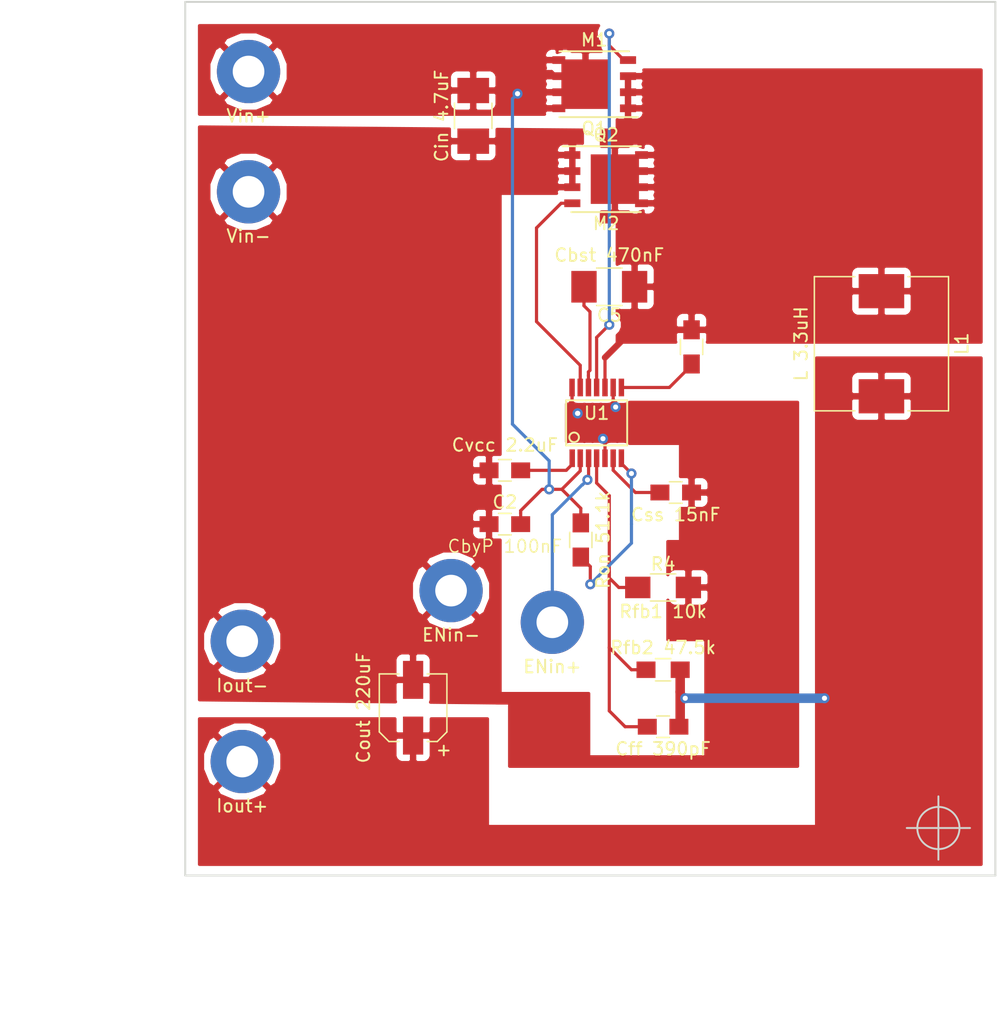
<source format=kicad_pcb>
(kicad_pcb (version 20171130) (host pcbnew "(5.0.0)")

  (general
    (thickness 1.6)
    (drawings 7)
    (tracks 121)
    (zones 0)
    (modules 21)
    (nets 14)
  )

  (page A4)
  (layers
    (0 F.Cu signal)
    (31 B.Cu signal)
    (32 B.Adhes user)
    (33 F.Adhes user)
    (34 B.Paste user)
    (35 F.Paste user)
    (36 B.SilkS user)
    (37 F.SilkS user)
    (38 B.Mask user)
    (39 F.Mask user)
    (40 Dwgs.User user)
    (41 Cmts.User user)
    (42 Eco1.User user)
    (43 Eco2.User user)
    (44 Edge.Cuts user)
    (45 Margin user)
    (46 B.CrtYd user)
    (47 F.CrtYd user)
    (48 B.Fab user)
    (49 F.Fab user)
  )

  (setup
    (last_trace_width 0.25)
    (trace_clearance 0.2)
    (zone_clearance 0.508)
    (zone_45_only no)
    (trace_min 0.2)
    (segment_width 0.2)
    (edge_width 0.15)
    (via_size 0.8)
    (via_drill 0.4)
    (via_min_size 0.4)
    (via_min_drill 0.3)
    (uvia_size 0.3)
    (uvia_drill 0.1)
    (uvias_allowed no)
    (uvia_min_size 0.2)
    (uvia_min_drill 0.1)
    (pcb_text_width 0.3)
    (pcb_text_size 1.5 1.5)
    (mod_edge_width 0.15)
    (mod_text_size 1 1)
    (mod_text_width 0.15)
    (pad_size 1.524 1.524)
    (pad_drill 0.762)
    (pad_to_mask_clearance 0.2)
    (aux_axis_origin 155.25 44)
    (visible_elements FFFFFF7F)
    (pcbplotparams
      (layerselection 0x3ffff_ffffffff)
      (usegerberextensions false)
      (usegerberattributes false)
      (usegerberadvancedattributes false)
      (creategerberjobfile false)
      (excludeedgelayer true)
      (linewidth 0.100000)
      (plotframeref false)
      (viasonmask false)
      (mode 1)
      (useauxorigin false)
      (hpglpennumber 1)
      (hpglpenspeed 20)
      (hpglpendiameter 15.000000)
      (psnegative false)
      (psa4output false)
      (plotreference true)
      (plotvalue true)
      (plotinvisibletext false)
      (padsonsilk false)
      (subtractmaskfromsilk false)
      (outputformat 1)
      (mirror false)
      (drillshape 0)
      (scaleselection 1)
      (outputdirectory "gerber/"))
  )

  (net 0 "")
  (net 1 +12V)
  (net 2 GND)
  (net 3 "Net-(C3-Pad1)")
  (net 4 "Net-(C4-Pad2)")
  (net 5 "Net-(C5-Pad2)")
  (net 6 "Net-(C5-Pad1)")
  (net 7 "Net-(C6-Pad2)")
  (net 8 "Net-(C6-Pad1)")
  (net 9 "Net-(MH4-Pad1)")
  (net 10 "Net-(Q1-Pad4)")
  (net 11 "Net-(Q2-Pad4)")
  (net 12 "Net-(R1-Pad2)")
  (net 13 "Net-(R2-Pad1)")

  (net_class Default "This is the default net class."
    (clearance 0.2)
    (trace_width 0.25)
    (via_dia 0.8)
    (via_drill 0.4)
    (uvia_dia 0.3)
    (uvia_drill 0.1)
    (add_net +12V)
    (add_net GND)
    (add_net "Net-(C3-Pad1)")
    (add_net "Net-(C4-Pad2)")
    (add_net "Net-(C5-Pad1)")
    (add_net "Net-(C5-Pad2)")
    (add_net "Net-(C6-Pad1)")
    (add_net "Net-(C6-Pad2)")
    (add_net "Net-(MH4-Pad1)")
    (add_net "Net-(Q1-Pad4)")
    (add_net "Net-(Q2-Pad4)")
    (add_net "Net-(R1-Pad2)")
    (add_net "Net-(R2-Pad1)")
  )

  (module Capacitors_SMD:C_1210_HandSoldering (layer F.Cu) (tedit 5C192923) (tstamp 5C191B98)
    (at 117.75 45 270)
    (descr "Capacitor SMD 1210, hand soldering")
    (tags "capacitor 1210")
    (path /5C194A42)
    (attr smd)
    (fp_text reference C1 (at 0 -2.25 270) (layer F.SilkS) hide
      (effects (font (size 1 1) (thickness 0.15)))
    )
    (fp_text value "Cin 4.7uF" (at 0 2.5 270) (layer F.SilkS)
      (effects (font (size 1 1) (thickness 0.15)))
    )
    (fp_text user %R (at 0 -2.25 270) (layer F.Fab)
      (effects (font (size 1 1) (thickness 0.15)))
    )
    (fp_line (start -1.6 1.25) (end -1.6 -1.25) (layer F.Fab) (width 0.1))
    (fp_line (start 1.6 1.25) (end -1.6 1.25) (layer F.Fab) (width 0.1))
    (fp_line (start 1.6 -1.25) (end 1.6 1.25) (layer F.Fab) (width 0.1))
    (fp_line (start -1.6 -1.25) (end 1.6 -1.25) (layer F.Fab) (width 0.1))
    (fp_line (start 1 -1.48) (end -1 -1.48) (layer F.SilkS) (width 0.12))
    (fp_line (start -1 1.48) (end 1 1.48) (layer F.SilkS) (width 0.12))
    (fp_line (start -3.25 -1.5) (end 3.25 -1.5) (layer F.CrtYd) (width 0.05))
    (fp_line (start -3.25 -1.5) (end -3.25 1.5) (layer F.CrtYd) (width 0.05))
    (fp_line (start 3.25 1.5) (end 3.25 -1.5) (layer F.CrtYd) (width 0.05))
    (fp_line (start 3.25 1.5) (end -3.25 1.5) (layer F.CrtYd) (width 0.05))
    (pad 1 smd rect (at -2 0 270) (size 2 2.5) (layers F.Cu F.Paste F.Mask)
      (net 1 +12V))
    (pad 2 smd rect (at 2 0 270) (size 2 2.5) (layers F.Cu F.Paste F.Mask)
      (net 2 GND))
    (model Capacitors_SMD.3dshapes/C_1210.wrl
      (at (xyz 0 0 0))
      (scale (xyz 1 1 1))
      (rotate (xyz 0 0 0))
    )
  )

  (module Capacitors_SMD:C_0805_HandSoldering (layer F.Cu) (tedit 5C192842) (tstamp 5C191BA9)
    (at 120.25 77.25)
    (descr "Capacitor SMD 0805, hand soldering")
    (tags "capacitor 0805")
    (path /5C194A81)
    (attr smd)
    (fp_text reference C2 (at 0 -1.75) (layer F.SilkS)
      (effects (font (size 1 1) (thickness 0.15)))
    )
    (fp_text value "CbyP 100nF" (at 0 1.75) (layer F.SilkS)
      (effects (font (size 1 1) (thickness 0.12)))
    )
    (fp_line (start 2.25 0.87) (end -2.25 0.87) (layer F.CrtYd) (width 0.05))
    (fp_line (start 2.25 0.87) (end 2.25 -0.88) (layer F.CrtYd) (width 0.05))
    (fp_line (start -2.25 -0.88) (end -2.25 0.87) (layer F.CrtYd) (width 0.05))
    (fp_line (start -2.25 -0.88) (end 2.25 -0.88) (layer F.CrtYd) (width 0.05))
    (fp_line (start -0.5 0.85) (end 0.5 0.85) (layer F.SilkS) (width 0.12))
    (fp_line (start 0.5 -0.85) (end -0.5 -0.85) (layer F.SilkS) (width 0.12))
    (fp_line (start -1 -0.62) (end 1 -0.62) (layer F.Fab) (width 0.1))
    (fp_line (start 1 -0.62) (end 1 0.62) (layer F.Fab) (width 0.1))
    (fp_line (start 1 0.62) (end -1 0.62) (layer F.Fab) (width 0.1))
    (fp_line (start -1 0.62) (end -1 -0.62) (layer F.Fab) (width 0.1))
    (fp_text user %R (at 0 -1.75) (layer F.Fab)
      (effects (font (size 1 1) (thickness 0.15)))
    )
    (pad 2 smd rect (at 1.25 0) (size 1.5 1.25) (layers F.Cu F.Paste F.Mask)
      (net 1 +12V))
    (pad 1 smd rect (at -1.25 0) (size 1.5 1.25) (layers F.Cu F.Paste F.Mask)
      (net 2 GND))
    (model Capacitors_SMD.3dshapes/C_0805.wrl
      (at (xyz 0 0 0))
      (scale (xyz 1 1 1))
      (rotate (xyz 0 0 0))
    )
  )

  (module Capacitors_SMD:C_0805_HandSoldering (layer F.Cu) (tedit 5C192899) (tstamp 5C191BBA)
    (at 133.75 74.75)
    (descr "Capacitor SMD 0805, hand soldering")
    (tags "capacitor 0805")
    (path /5C192665)
    (attr smd)
    (fp_text reference C3 (at 0 -1.75) (layer F.SilkS) hide
      (effects (font (size 1 1) (thickness 0.15)))
    )
    (fp_text value "Css 15nF" (at 0 1.75) (layer F.SilkS)
      (effects (font (size 1 1) (thickness 0.15)))
    )
    (fp_text user %R (at 0 -1.75) (layer F.Fab)
      (effects (font (size 1 1) (thickness 0.15)))
    )
    (fp_line (start -1 0.62) (end -1 -0.62) (layer F.Fab) (width 0.1))
    (fp_line (start 1 0.62) (end -1 0.62) (layer F.Fab) (width 0.1))
    (fp_line (start 1 -0.62) (end 1 0.62) (layer F.Fab) (width 0.1))
    (fp_line (start -1 -0.62) (end 1 -0.62) (layer F.Fab) (width 0.1))
    (fp_line (start 0.5 -0.85) (end -0.5 -0.85) (layer F.SilkS) (width 0.12))
    (fp_line (start -0.5 0.85) (end 0.5 0.85) (layer F.SilkS) (width 0.12))
    (fp_line (start -2.25 -0.88) (end 2.25 -0.88) (layer F.CrtYd) (width 0.05))
    (fp_line (start -2.25 -0.88) (end -2.25 0.87) (layer F.CrtYd) (width 0.05))
    (fp_line (start 2.25 0.87) (end 2.25 -0.88) (layer F.CrtYd) (width 0.05))
    (fp_line (start 2.25 0.87) (end -2.25 0.87) (layer F.CrtYd) (width 0.05))
    (pad 1 smd rect (at -1.25 0) (size 1.5 1.25) (layers F.Cu F.Paste F.Mask)
      (net 3 "Net-(C3-Pad1)"))
    (pad 2 smd rect (at 1.25 0) (size 1.5 1.25) (layers F.Cu F.Paste F.Mask)
      (net 2 GND))
    (model Capacitors_SMD.3dshapes/C_0805.wrl
      (at (xyz 0 0 0))
      (scale (xyz 1 1 1))
      (rotate (xyz 0 0 0))
    )
  )

  (module Capacitors_SMD:C_0805_HandSoldering (layer F.Cu) (tedit 5C19285E) (tstamp 5C191BCB)
    (at 120.25 73)
    (descr "Capacitor SMD 0805, hand soldering")
    (tags "capacitor 0805")
    (path /5C1958EF)
    (attr smd)
    (fp_text reference C4 (at 0 -1.75) (layer F.SilkS) hide
      (effects (font (size 1 1) (thickness 0.15)))
    )
    (fp_text value "Cvcc 2.2uF" (at 0 -2) (layer F.SilkS)
      (effects (font (size 1 1) (thickness 0.15)))
    )
    (fp_text user %R (at 0 -1.75) (layer F.Fab)
      (effects (font (size 1 1) (thickness 0.15)))
    )
    (fp_line (start -1 0.62) (end -1 -0.62) (layer F.Fab) (width 0.1))
    (fp_line (start 1 0.62) (end -1 0.62) (layer F.Fab) (width 0.1))
    (fp_line (start 1 -0.62) (end 1 0.62) (layer F.Fab) (width 0.1))
    (fp_line (start -1 -0.62) (end 1 -0.62) (layer F.Fab) (width 0.1))
    (fp_line (start 0.5 -0.85) (end -0.5 -0.85) (layer F.SilkS) (width 0.12))
    (fp_line (start -0.5 0.85) (end 0.5 0.85) (layer F.SilkS) (width 0.12))
    (fp_line (start -2.25 -0.88) (end 2.25 -0.88) (layer F.CrtYd) (width 0.05))
    (fp_line (start -2.25 -0.88) (end -2.25 0.87) (layer F.CrtYd) (width 0.05))
    (fp_line (start 2.25 0.87) (end 2.25 -0.88) (layer F.CrtYd) (width 0.05))
    (fp_line (start 2.25 0.87) (end -2.25 0.87) (layer F.CrtYd) (width 0.05))
    (pad 1 smd rect (at -1.25 0) (size 1.5 1.25) (layers F.Cu F.Paste F.Mask)
      (net 2 GND))
    (pad 2 smd rect (at 1.25 0) (size 1.5 1.25) (layers F.Cu F.Paste F.Mask)
      (net 4 "Net-(C4-Pad2)"))
    (model Capacitors_SMD.3dshapes/C_0805.wrl
      (at (xyz 0 0 0))
      (scale (xyz 1 1 1))
      (rotate (xyz 0 0 0))
    )
  )

  (module Capacitors_SMD:C_1210_HandSoldering (layer F.Cu) (tedit 5C19293B) (tstamp 5C191BDC)
    (at 128.5 58.5 180)
    (descr "Capacitor SMD 1210, hand soldering")
    (tags "capacitor 1210")
    (path /5C195FA5)
    (attr smd)
    (fp_text reference C5 (at 0 -2.25 180) (layer F.SilkS)
      (effects (font (size 1 1) (thickness 0.15)))
    )
    (fp_text value "Cbst 470nF" (at 0 2.5 180) (layer F.SilkS)
      (effects (font (size 1 1) (thickness 0.15)))
    )
    (fp_line (start 3.25 1.5) (end -3.25 1.5) (layer F.CrtYd) (width 0.05))
    (fp_line (start 3.25 1.5) (end 3.25 -1.5) (layer F.CrtYd) (width 0.05))
    (fp_line (start -3.25 -1.5) (end -3.25 1.5) (layer F.CrtYd) (width 0.05))
    (fp_line (start -3.25 -1.5) (end 3.25 -1.5) (layer F.CrtYd) (width 0.05))
    (fp_line (start -1 1.48) (end 1 1.48) (layer F.SilkS) (width 0.12))
    (fp_line (start 1 -1.48) (end -1 -1.48) (layer F.SilkS) (width 0.12))
    (fp_line (start -1.6 -1.25) (end 1.6 -1.25) (layer F.Fab) (width 0.1))
    (fp_line (start 1.6 -1.25) (end 1.6 1.25) (layer F.Fab) (width 0.1))
    (fp_line (start 1.6 1.25) (end -1.6 1.25) (layer F.Fab) (width 0.1))
    (fp_line (start -1.6 1.25) (end -1.6 -1.25) (layer F.Fab) (width 0.1))
    (fp_text user %R (at 0 -2.25 180) (layer F.Fab)
      (effects (font (size 1 1) (thickness 0.15)))
    )
    (pad 2 smd rect (at 2 0 180) (size 2 2.5) (layers F.Cu F.Paste F.Mask)
      (net 5 "Net-(C5-Pad2)"))
    (pad 1 smd rect (at -2 0 180) (size 2 2.5) (layers F.Cu F.Paste F.Mask)
      (net 6 "Net-(C5-Pad1)"))
    (model Capacitors_SMD.3dshapes/C_1210.wrl
      (at (xyz 0 0 0))
      (scale (xyz 1 1 1))
      (rotate (xyz 0 0 0))
    )
  )

  (module Capacitors_SMD:C_0805_HandSoldering (layer F.Cu) (tedit 5C1928BB) (tstamp 5C191BED)
    (at 132.75 93.25)
    (descr "Capacitor SMD 0805, hand soldering")
    (tags "capacitor 0805")
    (path /5C19A472)
    (attr smd)
    (fp_text reference C6 (at 0 -1.75) (layer F.SilkS) hide
      (effects (font (size 1 1) (thickness 0.15)))
    )
    (fp_text value "Cff 390pF" (at 0 1.75 180) (layer F.SilkS)
      (effects (font (size 1 1) (thickness 0.15)))
    )
    (fp_line (start 2.25 0.87) (end -2.25 0.87) (layer F.CrtYd) (width 0.05))
    (fp_line (start 2.25 0.87) (end 2.25 -0.88) (layer F.CrtYd) (width 0.05))
    (fp_line (start -2.25 -0.88) (end -2.25 0.87) (layer F.CrtYd) (width 0.05))
    (fp_line (start -2.25 -0.88) (end 2.25 -0.88) (layer F.CrtYd) (width 0.05))
    (fp_line (start -0.5 0.85) (end 0.5 0.85) (layer F.SilkS) (width 0.12))
    (fp_line (start 0.5 -0.85) (end -0.5 -0.85) (layer F.SilkS) (width 0.12))
    (fp_line (start -1 -0.62) (end 1 -0.62) (layer F.Fab) (width 0.1))
    (fp_line (start 1 -0.62) (end 1 0.62) (layer F.Fab) (width 0.1))
    (fp_line (start 1 0.62) (end -1 0.62) (layer F.Fab) (width 0.1))
    (fp_line (start -1 0.62) (end -1 -0.62) (layer F.Fab) (width 0.1))
    (fp_text user %R (at 0 -1.75) (layer F.Fab)
      (effects (font (size 1 1) (thickness 0.15)))
    )
    (pad 2 smd rect (at 1.25 0) (size 1.5 1.25) (layers F.Cu F.Paste F.Mask)
      (net 7 "Net-(C6-Pad2)"))
    (pad 1 smd rect (at -1.25 0) (size 1.5 1.25) (layers F.Cu F.Paste F.Mask)
      (net 8 "Net-(C6-Pad1)"))
    (model Capacitors_SMD.3dshapes/C_0805.wrl
      (at (xyz 0 0 0))
      (scale (xyz 1 1 1))
      (rotate (xyz 0 0 0))
    )
  )

  (module Capacitors_SMD:CP_Elec_5x5.8 (layer F.Cu) (tedit 5C1928FF) (tstamp 5C191C09)
    (at 113 91.75 90)
    (descr "SMT capacitor, aluminium electrolytic, 5x5.8")
    (path /5C19D0AF)
    (attr smd)
    (fp_text reference C7 (at 0 3.92 90) (layer F.SilkS) hide
      (effects (font (size 1 1) (thickness 0.15)))
    )
    (fp_text value "Cout 220uF" (at 0 -3.92 90) (layer F.SilkS)
      (effects (font (size 1 1) (thickness 0.15)))
    )
    (fp_line (start 3.95 2.76) (end -3.95 2.76) (layer F.CrtYd) (width 0.05))
    (fp_line (start 3.95 2.76) (end 3.95 -2.77) (layer F.CrtYd) (width 0.05))
    (fp_line (start -3.95 -2.77) (end -3.95 2.76) (layer F.CrtYd) (width 0.05))
    (fp_line (start -3.95 -2.77) (end 3.95 -2.77) (layer F.CrtYd) (width 0.05))
    (fp_line (start -1.91 2.67) (end 2.67 2.67) (layer F.SilkS) (width 0.12))
    (fp_line (start -2.67 1.91) (end -1.91 2.67) (layer F.SilkS) (width 0.12))
    (fp_line (start -1.91 -2.67) (end -2.67 -1.91) (layer F.SilkS) (width 0.12))
    (fp_line (start 2.67 -2.67) (end -1.91 -2.67) (layer F.SilkS) (width 0.12))
    (fp_line (start -2.67 -1.91) (end -2.67 -1.12) (layer F.SilkS) (width 0.12))
    (fp_line (start -2.67 1.91) (end -2.67 1.12) (layer F.SilkS) (width 0.12))
    (fp_line (start 2.67 -2.67) (end 2.67 -1.12) (layer F.SilkS) (width 0.12))
    (fp_line (start 2.67 2.67) (end 2.67 1.12) (layer F.SilkS) (width 0.12))
    (fp_line (start 2.51 -2.51) (end -1.84 -2.51) (layer F.Fab) (width 0.1))
    (fp_line (start -1.84 -2.51) (end -2.51 -1.84) (layer F.Fab) (width 0.1))
    (fp_line (start -2.51 -1.84) (end -2.51 1.84) (layer F.Fab) (width 0.1))
    (fp_line (start -2.51 1.84) (end -1.84 2.51) (layer F.Fab) (width 0.1))
    (fp_line (start -1.84 2.51) (end 2.51 2.51) (layer F.Fab) (width 0.1))
    (fp_line (start 2.51 2.51) (end 2.51 -2.51) (layer F.Fab) (width 0.1))
    (fp_text user %R (at 0 3.92 90) (layer F.Fab)
      (effects (font (size 1 1) (thickness 0.15)))
    )
    (fp_text user + (at -3.38 2.35 90) (layer F.SilkS)
      (effects (font (size 1 1) (thickness 0.15)))
    )
    (fp_text user + (at -1.38 -0.06 90) (layer F.Fab)
      (effects (font (size 1 1) (thickness 0.15)))
    )
    (fp_circle (center 0 0) (end 0.1 2.4) (layer F.Fab) (width 0.1))
    (pad 2 smd rect (at 2.2 0 270) (size 3 1.6) (layers F.Cu F.Paste F.Mask)
      (net 2 GND))
    (pad 1 smd rect (at -2.2 0 270) (size 3 1.6) (layers F.Cu F.Paste F.Mask)
      (net 7 "Net-(C6-Pad2)"))
    (model Capacitors_SMD.3dshapes/CP_Elec_5x5.8.wrl
      (at (xyz 0 0 0))
      (scale (xyz 1 1 1))
      (rotate (xyz 0 0 180))
    )
  )

  (module Inductors_SMD:L_10.4x10.4_H4.8 (layer F.Cu) (tedit 5C1928D1) (tstamp 5C191C22)
    (at 150 63 270)
    (descr "Choke, SMD, 10.4x10.4mm 4.8mm height")
    (tags "Choke SMD")
    (path /5C199D7F)
    (attr smd)
    (fp_text reference L1 (at 0 -6.35 270) (layer F.SilkS)
      (effects (font (size 1 1) (thickness 0.15)))
    )
    (fp_text value "L 3.3uH" (at 0 6.35 270) (layer F.SilkS)
      (effects (font (size 1 1) (thickness 0.15)))
    )
    (fp_arc (start 0 0) (end -3.17 -3.17) (angle 90) (layer F.Fab) (width 0.1))
    (fp_arc (start 0 0) (end 3.17 3.17) (angle 90) (layer F.Fab) (width 0.1))
    (fp_line (start -5.2 5.2) (end 5.2 5.2) (layer F.Fab) (width 0.1))
    (fp_line (start -5.2 -5.2) (end 5.2 -5.2) (layer F.Fab) (width 0.1))
    (fp_line (start -5.2 5.2) (end -5.2 2.1) (layer F.Fab) (width 0.1))
    (fp_line (start 5.2 5.2) (end 5.2 2.1) (layer F.Fab) (width 0.1))
    (fp_line (start -5.2 -5.2) (end -5.2 -2.1) (layer F.Fab) (width 0.1))
    (fp_line (start 5.2 -5.2) (end 5.2 -2.1) (layer F.Fab) (width 0.1))
    (fp_line (start 5.75 -5.45) (end -5.75 -5.45) (layer F.CrtYd) (width 0.05))
    (fp_line (start 5.75 5.45) (end 5.75 -5.45) (layer F.CrtYd) (width 0.05))
    (fp_line (start -5.75 5.45) (end 5.75 5.45) (layer F.CrtYd) (width 0.05))
    (fp_line (start -5.75 -5.45) (end -5.75 5.45) (layer F.CrtYd) (width 0.05))
    (fp_line (start 5.3 -5.3) (end 5.3 -2.1) (layer F.SilkS) (width 0.12))
    (fp_line (start -5.3 -5.3) (end 5.3 -5.3) (layer F.SilkS) (width 0.12))
    (fp_line (start -5.3 -2.1) (end -5.3 -5.3) (layer F.SilkS) (width 0.12))
    (fp_line (start -5.3 5.3) (end -5.3 2.1) (layer F.SilkS) (width 0.12))
    (fp_line (start 5.3 5.3) (end -5.3 5.3) (layer F.SilkS) (width 0.12))
    (fp_line (start 5.3 2.1) (end 5.3 5.3) (layer F.SilkS) (width 0.12))
    (fp_text user %R (at 0 0 270) (layer F.Fab)
      (effects (font (size 1 1) (thickness 0.15)))
    )
    (pad 2 smd rect (at 4.15 0 270) (size 2.7 3.6) (layers F.Cu F.Paste F.Mask)
      (net 7 "Net-(C6-Pad2)"))
    (pad 1 smd rect (at -4.15 0 270) (size 2.7 3.6) (layers F.Cu F.Paste F.Mask)
      (net 6 "Net-(C5-Pad1)"))
    (model ${KISYS3DMOD}/Inductors_SMD.3dshapes/L_10.4x10.4_H4.8.wrl
      (at (xyz 0 0 0))
      (scale (xyz 1 1 1))
      (rotate (xyz 0 0 0))
    )
  )

  (module Mounting_Holes:MountingHole_2.5mm_Pad (layer F.Cu) (tedit 5C192910) (tstamp 5C191C2A)
    (at 100 51)
    (descr "Mounting Hole 2.5mm")
    (tags "mounting hole 2.5mm")
    (path /5C192827)
    (attr virtual)
    (fp_text reference MH1 (at 0 -3.5) (layer F.SilkS) hide
      (effects (font (size 1 1) (thickness 0.15)))
    )
    (fp_text value Vin- (at 0 3.5) (layer F.SilkS)
      (effects (font (size 1 1) (thickness 0.15)))
    )
    (fp_text user %R (at 0.3 0) (layer F.Fab)
      (effects (font (size 1 1) (thickness 0.15)))
    )
    (fp_circle (center 0 0) (end 2.5 0) (layer Cmts.User) (width 0.15))
    (fp_circle (center 0 0) (end 2.75 0) (layer F.CrtYd) (width 0.05))
    (pad 1 thru_hole circle (at 0 0) (size 5 5) (drill 2.5) (layers *.Cu *.Mask)
      (net 2 GND))
  )

  (module Mounting_Holes:MountingHole_2.5mm_Pad (layer F.Cu) (tedit 5C192917) (tstamp 5C191C32)
    (at 100 41.5)
    (descr "Mounting Hole 2.5mm")
    (tags "mounting hole 2.5mm")
    (path /5C192789)
    (attr virtual)
    (fp_text reference MH2 (at 0 -3.5) (layer F.SilkS) hide
      (effects (font (size 1 1) (thickness 0.15)))
    )
    (fp_text value Vin+ (at 0 3.5) (layer F.SilkS)
      (effects (font (size 1 1) (thickness 0.15)))
    )
    (fp_circle (center 0 0) (end 2.75 0) (layer F.CrtYd) (width 0.05))
    (fp_circle (center 0 0) (end 2.5 0) (layer Cmts.User) (width 0.15))
    (fp_text user %R (at 0.3 0) (layer F.Fab)
      (effects (font (size 1 1) (thickness 0.15)))
    )
    (pad 1 thru_hole circle (at 0 0) (size 5 5) (drill 2.5) (layers *.Cu *.Mask)
      (net 1 +12V))
  )

  (module Mounting_Holes:MountingHole_2.5mm_Pad (layer F.Cu) (tedit 5C192849) (tstamp 5C191C3A)
    (at 116 82.5)
    (descr "Mounting Hole 2.5mm")
    (tags "mounting hole 2.5mm")
    (path /5C1A3696)
    (attr virtual)
    (fp_text reference MH3 (at 0 -3.5) (layer F.SilkS) hide
      (effects (font (size 1 1) (thickness 0.15)))
    )
    (fp_text value ENin- (at 0 3.5) (layer F.SilkS)
      (effects (font (size 1 1) (thickness 0.15)))
    )
    (fp_text user %R (at 0.3 0) (layer F.Fab)
      (effects (font (size 1 1) (thickness 0.15)))
    )
    (fp_circle (center 0 0) (end 2.5 0) (layer Cmts.User) (width 0.15))
    (fp_circle (center 0 0) (end 2.75 0) (layer F.CrtYd) (width 0.05))
    (pad 1 thru_hole circle (at 0 0) (size 5 5) (drill 2.5) (layers *.Cu *.Mask)
      (net 2 GND))
  )

  (module Mounting_Holes:MountingHole_2.5mm_Pad (layer F.Cu) (tedit 5C192850) (tstamp 5C191C42)
    (at 124 85)
    (descr "Mounting Hole 2.5mm")
    (tags "mounting hole 2.5mm")
    (path /5C1A36F4)
    (attr virtual)
    (fp_text reference MH4 (at 0 -3.5) (layer F.SilkS) hide
      (effects (font (size 1 1) (thickness 0.15)))
    )
    (fp_text value ENin+ (at 0 3.5) (layer F.SilkS)
      (effects (font (size 1 1) (thickness 0.15)))
    )
    (fp_circle (center 0 0) (end 2.75 0) (layer F.CrtYd) (width 0.05))
    (fp_circle (center 0 0) (end 2.5 0) (layer Cmts.User) (width 0.15))
    (fp_text user %R (at 0.3 0) (layer F.Fab)
      (effects (font (size 1 1) (thickness 0.15)))
    )
    (pad 1 thru_hole circle (at 0 0) (size 5 5) (drill 2.5) (layers *.Cu *.Mask)
      (net 9 "Net-(MH4-Pad1)"))
  )

  (module Mounting_Holes:MountingHole_2.5mm_Pad (layer F.Cu) (tedit 5C1928E5) (tstamp 5C191C4A)
    (at 99.5 96)
    (descr "Mounting Hole 2.5mm")
    (tags "mounting hole 2.5mm")
    (path /5C19F287)
    (attr virtual)
    (fp_text reference MH5 (at 0 -3.5) (layer F.SilkS) hide
      (effects (font (size 1 1) (thickness 0.15)))
    )
    (fp_text value Iout+ (at 0 3.5) (layer F.SilkS)
      (effects (font (size 1 1) (thickness 0.15)))
    )
    (fp_text user %R (at 0.3 0) (layer F.Fab)
      (effects (font (size 1 1) (thickness 0.15)))
    )
    (fp_circle (center 0 0) (end 2.5 0) (layer Cmts.User) (width 0.15))
    (fp_circle (center 0 0) (end 2.75 0) (layer F.CrtYd) (width 0.05))
    (pad 1 thru_hole circle (at 0 0) (size 5 5) (drill 2.5) (layers *.Cu *.Mask)
      (net 7 "Net-(C6-Pad2)"))
  )

  (module Mounting_Holes:MountingHole_2.5mm_Pad (layer F.Cu) (tedit 5C1928EE) (tstamp 5C191C52)
    (at 99.5 86.5)
    (descr "Mounting Hole 2.5mm")
    (tags "mounting hole 2.5mm")
    (path /5C19F2FF)
    (attr virtual)
    (fp_text reference MH6 (at 0 -3.5) (layer F.SilkS) hide
      (effects (font (size 1 1) (thickness 0.15)))
    )
    (fp_text value Iout- (at 0 3.5) (layer F.SilkS)
      (effects (font (size 1 1) (thickness 0.15)))
    )
    (fp_circle (center 0 0) (end 2.75 0) (layer F.CrtYd) (width 0.05))
    (fp_circle (center 0 0) (end 2.5 0) (layer Cmts.User) (width 0.15))
    (fp_text user %R (at 0.3 0) (layer F.Fab)
      (effects (font (size 1 1) (thickness 0.15)))
    )
    (pad 1 thru_hole circle (at 0 0) (size 5 5) (drill 2.5) (layers *.Cu *.Mask)
      (net 2 GND))
  )

  (module SMD_Packages:SO-8_PowerPAK_Vishay_Single (layer F.Cu) (tedit 5C19292C) (tstamp 5C191C65)
    (at 127.31 42.5 180)
    (descr "PowerPAK SO-8 (see Vishay AN821)")
    (tags "PowerPAK SO-8")
    (path /5C1AECE5)
    (attr smd)
    (fp_text reference Q1 (at 0 -3.5 180) (layer F.SilkS)
      (effects (font (size 1 1) (thickness 0.15)))
    )
    (fp_text value M1 (at 0 3.5 180) (layer F.SilkS)
      (effects (font (size 1 1) (thickness 0.15)))
    )
    (fp_line (start -3.55 -2.75) (end -3.55 2.75) (layer F.CrtYd) (width 0.05))
    (fp_line (start 3.55 -2.75) (end 3.55 2.75) (layer F.CrtYd) (width 0.05))
    (fp_line (start -3.55 -2.75) (end 3.55 -2.75) (layer F.CrtYd) (width 0.05))
    (fp_line (start -3.55 2.75) (end 3.55 2.75) (layer F.CrtYd) (width 0.05))
    (fp_line (start -3.45 -2.6) (end 2.75 -2.6) (layer F.SilkS) (width 0.15))
    (fp_line (start -2.75 2.6) (end 2.75 2.6) (layer F.SilkS) (width 0.15))
    (pad 1 smd rect (at -2.67 -1.905 180) (size 1.27 0.61) (layers F.Cu F.Paste F.Mask)
      (net 6 "Net-(C5-Pad1)"))
    (pad 2 smd rect (at -2.67 -0.635 180) (size 1.27 0.61) (layers F.Cu F.Paste F.Mask)
      (net 6 "Net-(C5-Pad1)"))
    (pad 3 smd rect (at -2.67 0.635 180) (size 1.27 0.61) (layers F.Cu F.Paste F.Mask)
      (net 6 "Net-(C5-Pad1)"))
    (pad 4 smd rect (at -2.67 1.905 180) (size 1.27 0.61) (layers F.Cu F.Paste F.Mask)
      (net 10 "Net-(Q1-Pad4)"))
    (pad 5 smd rect (at 2.795 1.905 180) (size 1.02 0.61) (layers F.Cu F.Paste F.Mask)
      (net 1 +12V))
    (pad 5 smd rect (at 2.795 0.635 180) (size 1.02 0.61) (layers F.Cu F.Paste F.Mask)
      (net 1 +12V))
    (pad 5 smd rect (at 2.795 -0.635 180) (size 1.02 0.61) (layers F.Cu F.Paste F.Mask)
      (net 1 +12V))
    (pad 5 smd rect (at 2.795 -1.905 180) (size 1.02 0.61) (layers F.Cu F.Paste F.Mask)
      (net 1 +12V))
    (pad 5 smd rect (at 0.69 0 180) (size 3.81 3.91) (layers F.Cu F.Paste F.Mask)
      (net 1 +12V))
  )

  (module SMD_Packages:SO-8_PowerPAK_Vishay_Single (layer F.Cu) (tedit 5C192935) (tstamp 5C191C78)
    (at 128.25 50)
    (descr "PowerPAK SO-8 (see Vishay AN821)")
    (tags "PowerPAK SO-8")
    (path /5C1AEE2F)
    (attr smd)
    (fp_text reference Q2 (at 0 -3.5) (layer F.SilkS)
      (effects (font (size 1 1) (thickness 0.15)))
    )
    (fp_text value M2 (at 0 3.5) (layer F.SilkS)
      (effects (font (size 1 1) (thickness 0.15)))
    )
    (fp_line (start -2.75 2.6) (end 2.75 2.6) (layer F.SilkS) (width 0.15))
    (fp_line (start -3.45 -2.6) (end 2.75 -2.6) (layer F.SilkS) (width 0.15))
    (fp_line (start -3.55 2.75) (end 3.55 2.75) (layer F.CrtYd) (width 0.05))
    (fp_line (start -3.55 -2.75) (end 3.55 -2.75) (layer F.CrtYd) (width 0.05))
    (fp_line (start 3.55 -2.75) (end 3.55 2.75) (layer F.CrtYd) (width 0.05))
    (fp_line (start -3.55 -2.75) (end -3.55 2.75) (layer F.CrtYd) (width 0.05))
    (pad 5 smd rect (at 0.69 0) (size 3.81 3.91) (layers F.Cu F.Paste F.Mask)
      (net 6 "Net-(C5-Pad1)"))
    (pad 5 smd rect (at 2.795 -1.905) (size 1.02 0.61) (layers F.Cu F.Paste F.Mask)
      (net 6 "Net-(C5-Pad1)"))
    (pad 5 smd rect (at 2.795 -0.635) (size 1.02 0.61) (layers F.Cu F.Paste F.Mask)
      (net 6 "Net-(C5-Pad1)"))
    (pad 5 smd rect (at 2.795 0.635) (size 1.02 0.61) (layers F.Cu F.Paste F.Mask)
      (net 6 "Net-(C5-Pad1)"))
    (pad 5 smd rect (at 2.795 1.905) (size 1.02 0.61) (layers F.Cu F.Paste F.Mask)
      (net 6 "Net-(C5-Pad1)"))
    (pad 4 smd rect (at -2.67 1.905) (size 1.27 0.61) (layers F.Cu F.Paste F.Mask)
      (net 11 "Net-(Q2-Pad4)"))
    (pad 3 smd rect (at -2.67 0.635) (size 1.27 0.61) (layers F.Cu F.Paste F.Mask)
      (net 2 GND))
    (pad 2 smd rect (at -2.67 -0.635) (size 1.27 0.61) (layers F.Cu F.Paste F.Mask)
      (net 2 GND))
    (pad 1 smd rect (at -2.67 -1.905) (size 1.27 0.61) (layers F.Cu F.Paste F.Mask)
      (net 2 GND))
  )

  (module Resistors_SMD:R_0805_HandSoldering (layer F.Cu) (tedit 5C192882) (tstamp 5C191C89)
    (at 126.25 78.5 270)
    (descr "Resistor SMD 0805, hand soldering")
    (tags "resistor 0805")
    (path /5C1947AF)
    (attr smd)
    (fp_text reference R1 (at 0 -1.7 270) (layer F.SilkS) hide
      (effects (font (size 1 1) (thickness 0.15)))
    )
    (fp_text value "Ron 51.1k" (at 0 -1.75 270) (layer F.SilkS)
      (effects (font (size 1 1) (thickness 0.15)))
    )
    (fp_line (start 2.35 0.9) (end -2.35 0.9) (layer F.CrtYd) (width 0.05))
    (fp_line (start 2.35 0.9) (end 2.35 -0.9) (layer F.CrtYd) (width 0.05))
    (fp_line (start -2.35 -0.9) (end -2.35 0.9) (layer F.CrtYd) (width 0.05))
    (fp_line (start -2.35 -0.9) (end 2.35 -0.9) (layer F.CrtYd) (width 0.05))
    (fp_line (start -0.6 -0.88) (end 0.6 -0.88) (layer F.SilkS) (width 0.12))
    (fp_line (start 0.6 0.88) (end -0.6 0.88) (layer F.SilkS) (width 0.12))
    (fp_line (start -1 -0.62) (end 1 -0.62) (layer F.Fab) (width 0.1))
    (fp_line (start 1 -0.62) (end 1 0.62) (layer F.Fab) (width 0.1))
    (fp_line (start 1 0.62) (end -1 0.62) (layer F.Fab) (width 0.1))
    (fp_line (start -1 0.62) (end -1 -0.62) (layer F.Fab) (width 0.1))
    (fp_text user %R (at 0 0 270) (layer F.Fab)
      (effects (font (size 0.5 0.5) (thickness 0.075)))
    )
    (pad 2 smd rect (at 1.35 0 270) (size 1.5 1.3) (layers F.Cu F.Paste F.Mask)
      (net 12 "Net-(R1-Pad2)"))
    (pad 1 smd rect (at -1.35 0 270) (size 1.5 1.3) (layers F.Cu F.Paste F.Mask)
      (net 1 +12V))
    (model ${KISYS3DMOD}/Resistors_SMD.3dshapes/R_0805.wrl
      (at (xyz 0 0 0))
      (scale (xyz 1 1 1))
      (rotate (xyz 0 0 0))
    )
  )

  (module Resistors_SMD:R_0805_HandSoldering (layer F.Cu) (tedit 5C192946) (tstamp 5C191C9A)
    (at 135 63.25 90)
    (descr "Resistor SMD 0805, hand soldering")
    (tags "resistor 0805")
    (path /5C196703)
    (attr smd)
    (fp_text reference R2 (at 0 -1.7 90) (layer F.SilkS) hide
      (effects (font (size 1 1) (thickness 0.15)))
    )
    (fp_text value "Rilim 475" (at 0 1.75 90) (layer F.Adhes)
      (effects (font (size 1 1) (thickness 0.15)))
    )
    (fp_text user %R (at 0 0 90) (layer F.Fab)
      (effects (font (size 0.5 0.5) (thickness 0.075)))
    )
    (fp_line (start -1 0.62) (end -1 -0.62) (layer F.Fab) (width 0.1))
    (fp_line (start 1 0.62) (end -1 0.62) (layer F.Fab) (width 0.1))
    (fp_line (start 1 -0.62) (end 1 0.62) (layer F.Fab) (width 0.1))
    (fp_line (start -1 -0.62) (end 1 -0.62) (layer F.Fab) (width 0.1))
    (fp_line (start 0.6 0.88) (end -0.6 0.88) (layer F.SilkS) (width 0.12))
    (fp_line (start -0.6 -0.88) (end 0.6 -0.88) (layer F.SilkS) (width 0.12))
    (fp_line (start -2.35 -0.9) (end 2.35 -0.9) (layer F.CrtYd) (width 0.05))
    (fp_line (start -2.35 -0.9) (end -2.35 0.9) (layer F.CrtYd) (width 0.05))
    (fp_line (start 2.35 0.9) (end 2.35 -0.9) (layer F.CrtYd) (width 0.05))
    (fp_line (start 2.35 0.9) (end -2.35 0.9) (layer F.CrtYd) (width 0.05))
    (pad 1 smd rect (at -1.35 0 90) (size 1.5 1.3) (layers F.Cu F.Paste F.Mask)
      (net 13 "Net-(R2-Pad1)"))
    (pad 2 smd rect (at 1.35 0 90) (size 1.5 1.3) (layers F.Cu F.Paste F.Mask)
      (net 6 "Net-(C5-Pad1)"))
    (model ${KISYS3DMOD}/Resistors_SMD.3dshapes/R_0805.wrl
      (at (xyz 0 0 0))
      (scale (xyz 1 1 1))
      (rotate (xyz 0 0 0))
    )
  )

  (module Resistors_SMD:R_0805_HandSoldering (layer F.Cu) (tedit 5C1928BF) (tstamp 5C191CAB)
    (at 132.75 88.75 180)
    (descr "Resistor SMD 0805, hand soldering")
    (tags "resistor 0805")
    (path /5C19B44E)
    (attr smd)
    (fp_text reference R3 (at 0 -1.7 180) (layer F.SilkS) hide
      (effects (font (size 1 1) (thickness 0.15)))
    )
    (fp_text value "Rfb2 47.5k" (at 0 1.75 180) (layer F.SilkS)
      (effects (font (size 1 1) (thickness 0.15)))
    )
    (fp_line (start 2.35 0.9) (end -2.35 0.9) (layer F.CrtYd) (width 0.05))
    (fp_line (start 2.35 0.9) (end 2.35 -0.9) (layer F.CrtYd) (width 0.05))
    (fp_line (start -2.35 -0.9) (end -2.35 0.9) (layer F.CrtYd) (width 0.05))
    (fp_line (start -2.35 -0.9) (end 2.35 -0.9) (layer F.CrtYd) (width 0.05))
    (fp_line (start -0.6 -0.88) (end 0.6 -0.88) (layer F.SilkS) (width 0.12))
    (fp_line (start 0.6 0.88) (end -0.6 0.88) (layer F.SilkS) (width 0.12))
    (fp_line (start -1 -0.62) (end 1 -0.62) (layer F.Fab) (width 0.1))
    (fp_line (start 1 -0.62) (end 1 0.62) (layer F.Fab) (width 0.1))
    (fp_line (start 1 0.62) (end -1 0.62) (layer F.Fab) (width 0.1))
    (fp_line (start -1 0.62) (end -1 -0.62) (layer F.Fab) (width 0.1))
    (fp_text user %R (at 0 0 180) (layer F.Fab)
      (effects (font (size 0.5 0.5) (thickness 0.075)))
    )
    (pad 2 smd rect (at 1.35 0 180) (size 1.5 1.3) (layers F.Cu F.Paste F.Mask)
      (net 8 "Net-(C6-Pad1)"))
    (pad 1 smd rect (at -1.35 0 180) (size 1.5 1.3) (layers F.Cu F.Paste F.Mask)
      (net 7 "Net-(C6-Pad2)"))
    (model ${KISYS3DMOD}/Resistors_SMD.3dshapes/R_0805.wrl
      (at (xyz 0 0 0))
      (scale (xyz 1 1 1))
      (rotate (xyz 0 0 0))
    )
  )

  (module Resistors_SMD:R_1206_HandSoldering (layer F.Cu) (tedit 5C1928AE) (tstamp 5C192853)
    (at 132.75 82.25)
    (descr "Resistor SMD 1206, hand soldering")
    (tags "resistor 1206")
    (path /5C19BDE3)
    (attr smd)
    (fp_text reference R4 (at 0 -1.85) (layer F.SilkS)
      (effects (font (size 1 1) (thickness 0.15)))
    )
    (fp_text value "Rfb1 10k" (at 0 1.9) (layer F.SilkS)
      (effects (font (size 1 1) (thickness 0.15)))
    )
    (fp_line (start 3.25 1.1) (end -3.25 1.1) (layer F.CrtYd) (width 0.05))
    (fp_line (start 3.25 1.1) (end 3.25 -1.11) (layer F.CrtYd) (width 0.05))
    (fp_line (start -3.25 -1.11) (end -3.25 1.1) (layer F.CrtYd) (width 0.05))
    (fp_line (start -3.25 -1.11) (end 3.25 -1.11) (layer F.CrtYd) (width 0.05))
    (fp_line (start -1 -1.07) (end 1 -1.07) (layer F.SilkS) (width 0.12))
    (fp_line (start 1 1.07) (end -1 1.07) (layer F.SilkS) (width 0.12))
    (fp_line (start -1.6 -0.8) (end 1.6 -0.8) (layer F.Fab) (width 0.1))
    (fp_line (start 1.6 -0.8) (end 1.6 0.8) (layer F.Fab) (width 0.1))
    (fp_line (start 1.6 0.8) (end -1.6 0.8) (layer F.Fab) (width 0.1))
    (fp_line (start -1.6 0.8) (end -1.6 -0.8) (layer F.Fab) (width 0.1))
    (fp_text user %R (at -0.025001 -0.165001) (layer F.Fab)
      (effects (font (size 0.7 0.7) (thickness 0.105)))
    )
    (pad 2 smd rect (at 2 0) (size 2 1.7) (layers F.Cu F.Paste F.Mask)
      (net 2 GND))
    (pad 1 smd rect (at -2 0) (size 2 1.7) (layers F.Cu F.Paste F.Mask)
      (net 8 "Net-(C6-Pad1)"))
    (model ${KISYS3DMOD}/Resistors_SMD.3dshapes/R_1206.wrl
      (at (xyz 0 0 0))
      (scale (xyz 1 1 1))
      (rotate (xyz 0 0 0))
    )
  )

  (module SMD_Packages:SSOP-14 (layer F.Cu) (tedit 0) (tstamp 5C191CD3)
    (at 127.5 69.25)
    (path /5C192526)
    (attr smd)
    (fp_text reference U1 (at 0 -0.762) (layer F.SilkS)
      (effects (font (size 1 1) (thickness 0.15)))
    )
    (fp_text value LM3150 (at 0 0.508) (layer F.Fab)
      (effects (font (size 1 1) (thickness 0.15)))
    )
    (fp_circle (center -1.778 1.143) (end -2.159 1.143) (layer F.SilkS) (width 0.15))
    (fp_line (start -2.413 1.778) (end -2.413 -1.778) (layer F.SilkS) (width 0.15))
    (fp_line (start 2.413 1.778) (end -2.413 1.778) (layer F.SilkS) (width 0.15))
    (fp_line (start 2.413 -1.778) (end 2.413 1.778) (layer F.SilkS) (width 0.15))
    (fp_line (start -2.413 -1.778) (end 2.413 -1.778) (layer F.SilkS) (width 0.15))
    (pad 14 smd rect (at -1.9431 -2.794) (size 0.4318 1.397) (layers F.Cu F.Paste F.Mask)
      (net 2 GND))
    (pad 13 smd rect (at -1.2954 -2.794) (size 0.4318 1.397) (layers F.Cu F.Paste F.Mask)
      (net 11 "Net-(Q2-Pad4)"))
    (pad 12 smd rect (at -0.6477 -2.794) (size 0.4318 1.397) (layers F.Cu F.Paste F.Mask)
      (net 5 "Net-(C5-Pad2)"))
    (pad 11 smd rect (at 0 -2.794) (size 0.4318 1.397) (layers F.Cu F.Paste F.Mask)
      (net 10 "Net-(Q1-Pad4)"))
    (pad 10 smd rect (at 0.6604 -2.794) (size 0.4318 1.397) (layers F.Cu F.Paste F.Mask)
      (net 6 "Net-(C5-Pad1)"))
    (pad 9 smd rect (at 1.3081 -2.794) (size 0.4318 1.397) (layers F.Cu F.Paste F.Mask)
      (net 2 GND))
    (pad 8 smd rect (at 1.9558 -2.794) (size 0.4318 1.397) (layers F.Cu F.Paste F.Mask)
      (net 13 "Net-(R2-Pad1)"))
    (pad 7 smd rect (at 1.9558 2.794) (size 0.4318 1.397) (layers F.Cu F.Paste F.Mask)
      (net 12 "Net-(R1-Pad2)"))
    (pad 6 smd rect (at 1.3081 2.794) (size 0.4318 1.397) (layers F.Cu F.Paste F.Mask)
      (net 3 "Net-(C3-Pad1)"))
    (pad 5 smd rect (at 0.6604 2.794) (size 0.4318 1.397) (layers F.Cu F.Paste F.Mask)
      (net 2 GND))
    (pad 4 smd rect (at 0 2.794) (size 0.4318 1.397) (layers F.Cu F.Paste F.Mask)
      (net 8 "Net-(C6-Pad1)"))
    (pad 3 smd rect (at -0.635 2.794) (size 0.4318 1.397) (layers F.Cu F.Paste F.Mask)
      (net 9 "Net-(MH4-Pad1)"))
    (pad 2 smd rect (at -1.2954 2.794) (size 0.4318 1.397) (layers F.Cu F.Paste F.Mask)
      (net 1 +12V))
    (pad 1 smd rect (at -1.9304 2.794) (size 0.4318 1.397) (layers F.Cu F.Paste F.Mask)
      (net 4 "Net-(C4-Pad2)"))
    (model SMD_Packages.3dshapes/SSOP-14.wrl
      (at (xyz 0 0 0))
      (scale (xyz 0.25 0.35 0.25))
      (rotate (xyz 0 0 0))
    )
  )

  (dimension 69 (width 0.3) (layer Dwgs.User)
    (gr_text "69.000 mm" (at 85.9 70.5 90) (layer Dwgs.User)
      (effects (font (size 1.5 1.5) (thickness 0.3)))
    )
    (feature1 (pts (xy 93 36) (xy 87.413579 36)))
    (feature2 (pts (xy 93 105) (xy 87.413579 105)))
    (crossbar (pts (xy 88 105) (xy 88 36)))
    (arrow1a (pts (xy 88 36) (xy 88.586421 37.126504)))
    (arrow1b (pts (xy 88 36) (xy 87.413579 37.126504)))
    (arrow2a (pts (xy 88 105) (xy 88.586421 103.873496)))
    (arrow2b (pts (xy 88 105) (xy 87.413579 103.873496)))
  )
  (dimension 64 (width 0.3) (layer Dwgs.User)
    (gr_text "64.000 mm" (at 127 118.1) (layer Dwgs.User)
      (effects (font (size 1.5 1.5) (thickness 0.3)))
    )
    (feature1 (pts (xy 159 109) (xy 159 116.586421)))
    (feature2 (pts (xy 95 109) (xy 95 116.586421)))
    (crossbar (pts (xy 95 116) (xy 159 116)))
    (arrow1a (pts (xy 159 116) (xy 157.873496 116.586421)))
    (arrow1b (pts (xy 159 116) (xy 157.873496 115.413579)))
    (arrow2a (pts (xy 95 116) (xy 96.126504 116.586421)))
    (arrow2b (pts (xy 95 116) (xy 96.126504 115.413579)))
  )
  (gr_line (start 95 105) (end 95 36) (layer Edge.Cuts) (width 0.15))
  (gr_line (start 159 105) (end 95 105) (layer Edge.Cuts) (width 0.15))
  (gr_line (start 159 36) (end 159 105) (layer Edge.Cuts) (width 0.15))
  (gr_line (start 95 36) (end 159 36) (layer Edge.Cuts) (width 0.15))
  (target plus (at 154.5 101.25) (size 5) (width 0.15) (layer Edge.Cuts))

  (segment (start 117.75 43) (end 121 43) (width 0.25) (layer F.Cu) (net 1))
  (via (at 121.25 43.25) (size 0.8) (drill 0.4) (layers F.Cu B.Cu) (net 1))
  (segment (start 121 43) (end 121.25 43.25) (width 0.25) (layer F.Cu) (net 1))
  (segment (start 120.850001 43.649999) (end 120.850001 69.350001) (width 0.25) (layer B.Cu) (net 1))
  (segment (start 121.25 43.25) (end 120.850001 43.649999) (width 0.25) (layer B.Cu) (net 1))
  (segment (start 120.850001 69.350001) (end 123.75 72.25) (width 0.25) (layer B.Cu) (net 1))
  (via (at 123.75 74.5) (size 0.8) (drill 0.4) (layers F.Cu B.Cu) (net 1))
  (segment (start 123.75 72.25) (end 123.75 74.5) (width 0.25) (layer B.Cu) (net 1))
  (segment (start 121.5 76.375) (end 121.5 77.25) (width 0.25) (layer F.Cu) (net 1))
  (segment (start 121.5 76.184315) (end 121.5 76.375) (width 0.25) (layer F.Cu) (net 1))
  (segment (start 123.184315 74.5) (end 121.5 76.184315) (width 0.25) (layer F.Cu) (net 1))
  (segment (start 123.75 74.5) (end 123.184315 74.5) (width 0.25) (layer F.Cu) (net 1))
  (segment (start 123.75 74.5) (end 124.75 74.5) (width 0.25) (layer F.Cu) (net 1))
  (segment (start 126.25 76) (end 126.25 77.15) (width 0.25) (layer F.Cu) (net 1))
  (segment (start 124.75 74.5) (end 126.25 76) (width 0.25) (layer F.Cu) (net 1))
  (segment (start 126.2046 73.0454) (end 126.2046 72.044) (width 0.25) (layer F.Cu) (net 1))
  (segment (start 124.75 74.5) (end 126.2046 73.0454) (width 0.25) (layer F.Cu) (net 1))
  (segment (start 125.985 43.135) (end 126.62 42.5) (width 0.25) (layer F.Cu) (net 1))
  (segment (start 124.515 43.135) (end 125.985 43.135) (width 0.25) (layer F.Cu) (net 1))
  (segment (start 124.515 40.595) (end 123.405 40.595) (width 0.25) (layer F.Cu) (net 1))
  (segment (start 123.405 40.595) (end 123.405 41.095) (width 0.25) (layer F.Cu) (net 1))
  (segment (start 126.62 42.495) (end 126.62 42.5) (width 0.25) (layer F.Cu) (net 1))
  (segment (start 124.72 40.595) (end 126.62 42.495) (width 0.25) (layer F.Cu) (net 1))
  (segment (start 124.515 40.595) (end 124.72 40.595) (width 0.25) (layer F.Cu) (net 1))
  (segment (start 123.945 41.5) (end 123 41.5) (width 0.25) (layer F.Cu) (net 1))
  (segment (start 124.31 41.865) (end 123.945 41.5) (width 0.25) (layer F.Cu) (net 1))
  (segment (start 124.515 41.865) (end 124.31 41.865) (width 0.25) (layer F.Cu) (net 1))
  (segment (start 123.405 41.095) (end 123 41.5) (width 0.25) (layer F.Cu) (net 1))
  (segment (start 123 41.5) (end 121.25 43.25) (width 0.25) (layer F.Cu) (net 1))
  (segment (start 122.405 44.405) (end 121.25 43.25) (width 0.25) (layer F.Cu) (net 1))
  (segment (start 124.515 44.405) (end 122.405 44.405) (width 0.25) (layer F.Cu) (net 1))
  (segment (start 125.5569 66.456) (end 125.5569 67.274999) (width 0.25) (layer F.Cu) (net 2))
  (segment (start 128.8081 67.4045) (end 129 67.5964) (width 0.25) (layer F.Cu) (net 2))
  (segment (start 128.8081 66.456) (end 128.8081 67.4045) (width 0.25) (layer F.Cu) (net 2))
  (via (at 129 68) (size 0.8) (drill 0.4) (layers F.Cu B.Cu) (net 2))
  (segment (start 129 67.5964) (end 129 68) (width 0.25) (layer F.Cu) (net 2))
  (segment (start 128.1604 72.044) (end 128.1604 70.6604) (width 0.25) (layer F.Cu) (net 2))
  (via (at 128 70.5) (size 0.8) (drill 0.4) (layers F.Cu B.Cu) (net 2))
  (segment (start 128.1604 70.6604) (end 128 70.5) (width 0.25) (layer F.Cu) (net 2))
  (via (at 126 68.5) (size 0.8) (drill 0.4) (layers F.Cu B.Cu) (net 2))
  (segment (start 125.5569 66.456) (end 125.5569 68.0569) (width 0.25) (layer F.Cu) (net 2))
  (segment (start 125.5569 68.0569) (end 126 68.5) (width 0.25) (layer F.Cu) (net 2))
  (via (at 126 68.5) (size 0.8) (drill 0.4) (layers F.Cu B.Cu) (net 2))
  (segment (start 128.8081 72.9925) (end 128.8081 72.044) (width 0.25) (layer F.Cu) (net 3))
  (segment (start 130.5656 74.75) (end 128.8081 72.9925) (width 0.25) (layer F.Cu) (net 3))
  (segment (start 132.5 74.75) (end 130.5656 74.75) (width 0.25) (layer F.Cu) (net 3))
  (segment (start 125.5696 72.5266) (end 125.5696 72.044) (width 0.25) (layer F.Cu) (net 4))
  (segment (start 125.0962 73) (end 125.5696 72.5266) (width 0.25) (layer F.Cu) (net 4))
  (segment (start 121.5 73) (end 125.0962 73) (width 0.25) (layer F.Cu) (net 4))
  (segment (start 126.8523 65.5075) (end 126.8523 66.456) (width 0.25) (layer F.Cu) (net 5))
  (segment (start 126.8523 65.220702) (end 126.8523 65.5075) (width 0.25) (layer F.Cu) (net 5))
  (segment (start 126.975001 65.098001) (end 126.8523 65.220702) (width 0.25) (layer F.Cu) (net 5))
  (segment (start 126.975001 60.475001) (end 126.975001 65.098001) (width 0.25) (layer F.Cu) (net 5))
  (segment (start 126.5 60) (end 126.975001 60.475001) (width 0.25) (layer F.Cu) (net 5))
  (segment (start 126.5 58.5) (end 126.5 60) (width 0.25) (layer F.Cu) (net 5))
  (segment (start 135 61.9) (end 130.35 61.9) (width 0.5) (layer F.Cu) (net 6))
  (segment (start 128.1604 64.0896) (end 128.1604 66.456) (width 0.25) (layer F.Cu) (net 6))
  (segment (start 130.35 61.9) (end 128.1604 64.0896) (width 0.5) (layer F.Cu) (net 6))
  (segment (start 128.94 49.995) (end 128.94 50) (width 0.25) (layer F.Cu) (net 6))
  (segment (start 130.84 48.095) (end 128.94 49.995) (width 0.25) (layer F.Cu) (net 6))
  (segment (start 131.045 48.095) (end 130.84 48.095) (width 0.25) (layer F.Cu) (net 6))
  (segment (start 129.575 49.365) (end 128.94 50) (width 0.25) (layer F.Cu) (net 6))
  (segment (start 131.045 49.365) (end 129.575 49.365) (width 0.25) (layer F.Cu) (net 6))
  (segment (start 129.575 50.635) (end 128.94 50) (width 0.25) (layer F.Cu) (net 6))
  (segment (start 131.045 50.635) (end 129.575 50.635) (width 0.25) (layer F.Cu) (net 6))
  (segment (start 128.94 50.005) (end 128.94 50) (width 0.25) (layer F.Cu) (net 6))
  (segment (start 130.84 51.905) (end 128.94 50.005) (width 0.25) (layer F.Cu) (net 6))
  (segment (start 131.045 51.905) (end 130.84 51.905) (width 0.25) (layer F.Cu) (net 6))
  (segment (start 134.1 93.15) (end 134 93.25) (width 0.25) (layer F.Cu) (net 7))
  (via (at 134.5 91) (size 0.8) (drill 0.4) (layers F.Cu B.Cu) (net 7))
  (segment (start 134.1 90.6) (end 134.5 91) (width 0.25) (layer F.Cu) (net 7))
  (segment (start 134.1 90.5) (end 134.1 90.6) (width 0.25) (layer F.Cu) (net 7))
  (segment (start 134.1 90.5) (end 134.1 93.15) (width 0.75) (layer F.Cu) (net 7))
  (segment (start 134.1 88.75) (end 134.1 90.5) (width 0.75) (layer F.Cu) (net 7))
  (via (at 145.5 91) (size 0.8) (drill 0.4) (layers F.Cu B.Cu) (net 7))
  (segment (start 134.5 91) (end 145.5 91) (width 0.75) (layer B.Cu) (net 7))
  (segment (start 127.5 72.044) (end 127.5 74) (width 0.25) (layer F.Cu) (net 8))
  (segment (start 127.5 74) (end 128.5 75) (width 0.25) (layer F.Cu) (net 8))
  (segment (start 129.75 93.25) (end 131.5 93.25) (width 0.25) (layer F.Cu) (net 8))
  (segment (start 128.5 92) (end 129.75 93.25) (width 0.25) (layer F.Cu) (net 8))
  (segment (start 128.5 87) (end 128.5 92) (width 0.25) (layer F.Cu) (net 8))
  (segment (start 130.25 88.75) (end 131.4 88.75) (width 0.25) (layer F.Cu) (net 8))
  (segment (start 128.5 87) (end 130.25 88.75) (width 0.25) (layer F.Cu) (net 8))
  (segment (start 128.5 81) (end 128.5 81.5) (width 0.25) (layer F.Cu) (net 8))
  (segment (start 128.5 81) (end 128.5 87) (width 0.25) (layer F.Cu) (net 8))
  (segment (start 128.5 75) (end 128.5 81) (width 0.25) (layer F.Cu) (net 8))
  (segment (start 129.25 82.25) (end 130.75 82.25) (width 0.25) (layer F.Cu) (net 8))
  (segment (start 128.5 81.5) (end 129.25 82.25) (width 0.25) (layer F.Cu) (net 8))
  (via (at 126.775 73.75) (size 0.8) (drill 0.4) (layers F.Cu B.Cu) (net 9))
  (segment (start 126.865 72.044) (end 126.865 73.66) (width 0.25) (layer F.Cu) (net 9))
  (segment (start 126.865 73.66) (end 126.775 73.75) (width 0.25) (layer F.Cu) (net 9))
  (segment (start 126.375001 74.149999) (end 126.350001 74.149999) (width 0.25) (layer B.Cu) (net 9))
  (segment (start 126.775 73.75) (end 126.375001 74.149999) (width 0.25) (layer B.Cu) (net 9))
  (segment (start 124 76.5) (end 124 85) (width 0.25) (layer B.Cu) (net 9))
  (segment (start 126.350001 74.149999) (end 124 76.5) (width 0.25) (layer B.Cu) (net 9))
  (segment (start 127.5 66.456) (end 127.5 62.5) (width 0.25) (layer F.Cu) (net 10))
  (segment (start 127.5 62.5) (end 128.5 61.5) (width 0.25) (layer F.Cu) (net 10))
  (via (at 128.5 61.5) (size 0.8) (drill 0.4) (layers F.Cu B.Cu) (net 10))
  (via (at 128.5 38.5) (size 0.8) (drill 0.4) (layers F.Cu B.Cu) (net 10))
  (segment (start 128.5 61.5) (end 128.5 38.5) (width 0.25) (layer B.Cu) (net 10))
  (segment (start 129.65 40.595) (end 129.98 40.595) (width 0.25) (layer F.Cu) (net 10))
  (segment (start 128.5 39.445) (end 129.65 40.595) (width 0.25) (layer F.Cu) (net 10))
  (segment (start 128.5 38.5) (end 128.5 39.445) (width 0.25) (layer F.Cu) (net 10))
  (segment (start 126.25 66.4106) (end 126.2046 66.456) (width 0.25) (layer F.Cu) (net 11))
  (segment (start 126.2046 64.7046) (end 126.2046 66.456) (width 0.25) (layer F.Cu) (net 11))
  (segment (start 122.75 61.25) (end 126.2046 64.7046) (width 0.25) (layer F.Cu) (net 11))
  (segment (start 122.75 53.85) (end 122.75 61.25) (width 0.25) (layer F.Cu) (net 11))
  (segment (start 125.58 51.905) (end 124.695 51.905) (width 0.25) (layer F.Cu) (net 11))
  (segment (start 124.695 51.905) (end 122.75 53.85) (width 0.25) (layer F.Cu) (net 11))
  (via (at 130.25 73.25) (size 0.8) (drill 0.4) (layers F.Cu B.Cu) (net 12))
  (segment (start 129.4558 72.044) (end 129.4558 72.4558) (width 0.25) (layer F.Cu) (net 12))
  (segment (start 129.4558 72.4558) (end 130.25 73.25) (width 0.25) (layer F.Cu) (net 12))
  (segment (start 130.25 73.25) (end 130.25 77.25) (width 0.25) (layer B.Cu) (net 12))
  (via (at 127 82) (size 0.8) (drill 0.4) (layers F.Cu B.Cu) (net 12))
  (segment (start 130.25 77.25) (end 130.25 78.75) (width 0.25) (layer B.Cu) (net 12))
  (segment (start 130.25 78.75) (end 127 82) (width 0.25) (layer B.Cu) (net 12))
  (segment (start 127 80.6) (end 126.25 79.85) (width 0.25) (layer F.Cu) (net 12))
  (segment (start 127 82) (end 127 80.6) (width 0.25) (layer F.Cu) (net 12))
  (segment (start 135 64.7) (end 135 64.6) (width 0.25) (layer F.Cu) (net 13))
  (segment (start 133.244 66.456) (end 135 64.7) (width 0.25) (layer F.Cu) (net 13))
  (segment (start 129.4558 66.456) (end 133.244 66.456) (width 0.25) (layer F.Cu) (net 13))

  (zone (net 1) (net_name +12V) (layer F.Cu) (tstamp 5C1934E5) (hatch edge 0.508)
    (connect_pads (clearance 0.508))
    (min_thickness 0.254)
    (fill yes (arc_segments 16) (thermal_gap 0.508) (thermal_bridge_width 0.508))
    (polygon
      (pts
        (xy 128 37.75) (xy 128 44) (xy 128 45) (xy 96 45) (xy 96 37.75)
      )
    )
    (filled_polygon
      (pts
        (xy 127.622569 37.91372) (xy 127.465 38.294126) (xy 127.465 38.705874) (xy 127.622569 39.08628) (xy 127.740001 39.203712)
        (xy 127.740001 39.370149) (xy 127.725112 39.445) (xy 127.784097 39.741537) (xy 127.873 39.87459) (xy 127.873 39.91)
        (xy 126.90575 39.91) (xy 126.747 40.06875) (xy 126.747 42.373) (xy 126.767 42.373) (xy 126.767 42.627)
        (xy 126.747 42.627) (xy 126.747 42.647) (xy 126.493 42.647) (xy 126.493 42.627) (xy 126.473 42.627)
        (xy 126.473 42.373) (xy 126.493 42.373) (xy 126.493 40.06875) (xy 126.33425 39.91) (xy 125.543026 39.91)
        (xy 125.384698 39.751673) (xy 125.151309 39.655) (xy 124.80075 39.655) (xy 124.642 39.81375) (xy 124.642 39.91)
        (xy 124.588691 39.91) (xy 124.388 39.993129) (xy 124.388 39.81375) (xy 124.22925 39.655) (xy 123.878691 39.655)
        (xy 123.645302 39.751673) (xy 123.466673 39.930301) (xy 123.37 40.16369) (xy 123.37 40.30925) (xy 123.52875 40.468)
        (xy 124.08 40.468) (xy 124.08 40.722) (xy 123.52875 40.722) (xy 123.37 40.88075) (xy 123.37 41.02631)
        (xy 123.454371 41.23) (xy 123.37 41.43369) (xy 123.37 41.57925) (xy 123.52875 41.738) (xy 124.08 41.738)
        (xy 124.08 41.992) (xy 123.52875 41.992) (xy 123.37 42.15075) (xy 123.37 42.29631) (xy 123.454371 42.5)
        (xy 123.37 42.70369) (xy 123.37 42.84925) (xy 123.52875 43.008) (xy 124.08 43.008) (xy 124.08 43.262)
        (xy 123.52875 43.262) (xy 123.37 43.42075) (xy 123.37 43.56631) (xy 123.454371 43.77) (xy 123.37 43.97369)
        (xy 123.37 44.11925) (xy 123.52875 44.278) (xy 124.08 44.278) (xy 124.08 44.532) (xy 123.52875 44.532)
        (xy 123.37 44.69075) (xy 123.37 44.83631) (xy 123.385198 44.873) (xy 96.127 44.873) (xy 96.127 43.73588)
        (xy 97.943725 43.73588) (xy 98.225421 44.158564) (xy 99.377892 44.635294) (xy 100.625072 44.634705) (xy 101.774579 44.158564)
        (xy 102.056275 43.73588) (xy 100 41.679605) (xy 97.943725 43.73588) (xy 96.127 43.73588) (xy 96.127 40.877892)
        (xy 96.864706 40.877892) (xy 96.865295 42.125072) (xy 97.341436 43.274579) (xy 97.76412 43.556275) (xy 99.820395 41.5)
        (xy 100.179605 41.5) (xy 102.23588 43.556275) (xy 102.641801 43.28575) (xy 115.865 43.28575) (xy 115.865 44.126309)
        (xy 115.961673 44.359698) (xy 116.140301 44.538327) (xy 116.37369 44.635) (xy 117.46425 44.635) (xy 117.623 44.47625)
        (xy 117.623 43.127) (xy 117.877 43.127) (xy 117.877 44.47625) (xy 118.03575 44.635) (xy 119.12631 44.635)
        (xy 119.359699 44.538327) (xy 119.538327 44.359698) (xy 119.635 44.126309) (xy 119.635 43.28575) (xy 119.47625 43.127)
        (xy 117.877 43.127) (xy 117.623 43.127) (xy 116.02375 43.127) (xy 115.865 43.28575) (xy 102.641801 43.28575)
        (xy 102.658564 43.274579) (xy 103.135294 42.122108) (xy 103.135177 41.873691) (xy 115.865 41.873691) (xy 115.865 42.71425)
        (xy 116.02375 42.873) (xy 117.623 42.873) (xy 117.623 41.52375) (xy 117.877 41.52375) (xy 117.877 42.873)
        (xy 119.47625 42.873) (xy 119.635 42.71425) (xy 119.635 41.873691) (xy 119.538327 41.640302) (xy 119.359699 41.461673)
        (xy 119.12631 41.365) (xy 118.03575 41.365) (xy 117.877 41.52375) (xy 117.623 41.52375) (xy 117.46425 41.365)
        (xy 116.37369 41.365) (xy 116.140301 41.461673) (xy 115.961673 41.640302) (xy 115.865 41.873691) (xy 103.135177 41.873691)
        (xy 103.134705 40.874928) (xy 102.658564 39.725421) (xy 102.23588 39.443725) (xy 100.179605 41.5) (xy 99.820395 41.5)
        (xy 97.76412 39.443725) (xy 97.341436 39.725421) (xy 96.864706 40.877892) (xy 96.127 40.877892) (xy 96.127 39.26412)
        (xy 97.943725 39.26412) (xy 100 41.320395) (xy 102.056275 39.26412) (xy 101.774579 38.841436) (xy 100.622108 38.364706)
        (xy 99.374928 38.365295) (xy 98.225421 38.841436) (xy 97.943725 39.26412) (xy 96.127 39.26412) (xy 96.127 37.877)
        (xy 127.659289 37.877)
      )
    )
  )
  (zone (net 2) (net_name GND) (layer F.Cu) (tstamp 5C1934E2) (hatch edge 0.508)
    (connect_pads (clearance 0.508))
    (min_thickness 0.254)
    (fill yes (arc_segments 16) (thermal_gap 0.508) (thermal_bridge_width 0.508))
    (polygon
      (pts
        (xy 96 91.25) (xy 96 45.75) (xy 126.5 46) (xy 126.5 51.25) (xy 120 51.25)
        (xy 120 53.5) (xy 120 65) (xy 120 72) (xy 120 80.5) (xy 120 91.5)
      )
    )
    (filled_polygon
      (pts
        (xy 115.865 46.039833) (xy 115.865 46.71425) (xy 116.02375 46.873) (xy 117.623 46.873) (xy 117.623 46.853)
        (xy 117.877 46.853) (xy 117.877 46.873) (xy 119.47625 46.873) (xy 119.635 46.71425) (xy 119.635 46.070734)
        (xy 126.373 46.125964) (xy 126.373 47.168127) (xy 126.341309 47.155) (xy 125.86575 47.155) (xy 125.707 47.31375)
        (xy 125.707 47.968) (xy 125.727 47.968) (xy 125.727 48.222) (xy 125.707 48.222) (xy 125.707 49.238)
        (xy 125.727 49.238) (xy 125.727 49.492) (xy 125.707 49.492) (xy 125.707 50.508) (xy 125.727 50.508)
        (xy 125.727 50.762) (xy 125.707 50.762) (xy 125.707 50.782) (xy 125.453 50.782) (xy 125.453 50.762)
        (xy 124.46875 50.762) (xy 124.31 50.92075) (xy 124.31 51.06631) (xy 124.333482 51.123) (xy 120 51.123)
        (xy 119.951399 51.132667) (xy 119.910197 51.160197) (xy 119.882667 51.201399) (xy 119.873 51.25) (xy 119.873 71.74)
        (xy 119.28575 71.74) (xy 119.127 71.89875) (xy 119.127 72.873) (xy 119.147 72.873) (xy 119.147 73.127)
        (xy 119.127 73.127) (xy 119.127 74.10125) (xy 119.28575 74.26) (xy 119.873 74.26) (xy 119.873 75.99)
        (xy 119.28575 75.99) (xy 119.127 76.14875) (xy 119.127 77.123) (xy 119.147 77.123) (xy 119.147 77.377)
        (xy 119.127 77.377) (xy 119.127 78.35125) (xy 119.28575 78.51) (xy 119.873 78.51) (xy 119.873 91.37167)
        (xy 114.377789 91.314428) (xy 114.435 91.176309) (xy 114.435 89.83575) (xy 114.27625 89.677) (xy 113.127 89.677)
        (xy 113.127 89.697) (xy 112.873 89.697) (xy 112.873 89.677) (xy 111.72375 89.677) (xy 111.565 89.83575)
        (xy 111.565 91.176309) (xy 111.61027 91.2856) (xy 96.127 91.124316) (xy 96.127 88.73588) (xy 97.443725 88.73588)
        (xy 97.725421 89.158564) (xy 98.877892 89.635294) (xy 100.125072 89.634705) (xy 101.274579 89.158564) (xy 101.556275 88.73588)
        (xy 99.5 86.679605) (xy 97.443725 88.73588) (xy 96.127 88.73588) (xy 96.127 85.877892) (xy 96.364706 85.877892)
        (xy 96.365295 87.125072) (xy 96.841436 88.274579) (xy 97.26412 88.556275) (xy 99.320395 86.5) (xy 99.679605 86.5)
        (xy 101.73588 88.556275) (xy 102.158564 88.274579) (xy 102.303711 87.923691) (xy 111.565 87.923691) (xy 111.565 89.26425)
        (xy 111.72375 89.423) (xy 112.873 89.423) (xy 112.873 87.57375) (xy 113.127 87.57375) (xy 113.127 89.423)
        (xy 114.27625 89.423) (xy 114.435 89.26425) (xy 114.435 87.923691) (xy 114.338327 87.690302) (xy 114.159699 87.511673)
        (xy 113.92631 87.415) (xy 113.28575 87.415) (xy 113.127 87.57375) (xy 112.873 87.57375) (xy 112.71425 87.415)
        (xy 112.07369 87.415) (xy 111.840301 87.511673) (xy 111.661673 87.690302) (xy 111.565 87.923691) (xy 102.303711 87.923691)
        (xy 102.635294 87.122108) (xy 102.634705 85.874928) (xy 102.162897 84.73588) (xy 113.943725 84.73588) (xy 114.225421 85.158564)
        (xy 115.377892 85.635294) (xy 116.625072 85.634705) (xy 117.774579 85.158564) (xy 118.056275 84.73588) (xy 116 82.679605)
        (xy 113.943725 84.73588) (xy 102.162897 84.73588) (xy 102.158564 84.725421) (xy 101.73588 84.443725) (xy 99.679605 86.5)
        (xy 99.320395 86.5) (xy 97.26412 84.443725) (xy 96.841436 84.725421) (xy 96.364706 85.877892) (xy 96.127 85.877892)
        (xy 96.127 84.26412) (xy 97.443725 84.26412) (xy 99.5 86.320395) (xy 101.556275 84.26412) (xy 101.274579 83.841436)
        (xy 100.122108 83.364706) (xy 98.874928 83.365295) (xy 97.725421 83.841436) (xy 97.443725 84.26412) (xy 96.127 84.26412)
        (xy 96.127 81.877892) (xy 112.864706 81.877892) (xy 112.865295 83.125072) (xy 113.341436 84.274579) (xy 113.76412 84.556275)
        (xy 115.820395 82.5) (xy 116.179605 82.5) (xy 118.23588 84.556275) (xy 118.658564 84.274579) (xy 119.135294 83.122108)
        (xy 119.134705 81.874928) (xy 118.658564 80.725421) (xy 118.23588 80.443725) (xy 116.179605 82.5) (xy 115.820395 82.5)
        (xy 113.76412 80.443725) (xy 113.341436 80.725421) (xy 112.864706 81.877892) (xy 96.127 81.877892) (xy 96.127 80.26412)
        (xy 113.943725 80.26412) (xy 116 82.320395) (xy 118.056275 80.26412) (xy 117.774579 79.841436) (xy 116.622108 79.364706)
        (xy 115.374928 79.365295) (xy 114.225421 79.841436) (xy 113.943725 80.26412) (xy 96.127 80.26412) (xy 96.127 77.53575)
        (xy 117.615 77.53575) (xy 117.615 78.00131) (xy 117.711673 78.234699) (xy 117.890302 78.413327) (xy 118.123691 78.51)
        (xy 118.71425 78.51) (xy 118.873 78.35125) (xy 118.873 77.377) (xy 117.77375 77.377) (xy 117.615 77.53575)
        (xy 96.127 77.53575) (xy 96.127 76.49869) (xy 117.615 76.49869) (xy 117.615 76.96425) (xy 117.77375 77.123)
        (xy 118.873 77.123) (xy 118.873 76.14875) (xy 118.71425 75.99) (xy 118.123691 75.99) (xy 117.890302 76.086673)
        (xy 117.711673 76.265301) (xy 117.615 76.49869) (xy 96.127 76.49869) (xy 96.127 73.28575) (xy 117.615 73.28575)
        (xy 117.615 73.75131) (xy 117.711673 73.984699) (xy 117.890302 74.163327) (xy 118.123691 74.26) (xy 118.71425 74.26)
        (xy 118.873 74.10125) (xy 118.873 73.127) (xy 117.77375 73.127) (xy 117.615 73.28575) (xy 96.127 73.28575)
        (xy 96.127 72.24869) (xy 117.615 72.24869) (xy 117.615 72.71425) (xy 117.77375 72.873) (xy 118.873 72.873)
        (xy 118.873 71.89875) (xy 118.71425 71.74) (xy 118.123691 71.74) (xy 117.890302 71.836673) (xy 117.711673 72.015301)
        (xy 117.615 72.24869) (xy 96.127 72.24869) (xy 96.127 53.23588) (xy 97.943725 53.23588) (xy 98.225421 53.658564)
        (xy 99.377892 54.135294) (xy 100.625072 54.134705) (xy 101.774579 53.658564) (xy 102.056275 53.23588) (xy 100 51.179605)
        (xy 97.943725 53.23588) (xy 96.127 53.23588) (xy 96.127 50.377892) (xy 96.864706 50.377892) (xy 96.865295 51.625072)
        (xy 97.341436 52.774579) (xy 97.76412 53.056275) (xy 99.820395 51) (xy 100.179605 51) (xy 102.23588 53.056275)
        (xy 102.658564 52.774579) (xy 103.135294 51.622108) (xy 103.134705 50.374928) (xy 102.834741 49.65075) (xy 124.31 49.65075)
        (xy 124.31 49.79631) (xy 124.394371 50) (xy 124.31 50.20369) (xy 124.31 50.34925) (xy 124.46875 50.508)
        (xy 125.453 50.508) (xy 125.453 49.492) (xy 124.46875 49.492) (xy 124.31 49.65075) (xy 102.834741 49.65075)
        (xy 102.658564 49.225421) (xy 102.23588 48.943725) (xy 100.179605 51) (xy 99.820395 51) (xy 97.76412 48.943725)
        (xy 97.341436 49.225421) (xy 96.864706 50.377892) (xy 96.127 50.377892) (xy 96.127 48.76412) (xy 97.943725 48.76412)
        (xy 100 50.820395) (xy 102.056275 48.76412) (xy 101.774579 48.341436) (xy 100.622108 47.864706) (xy 99.374928 47.865295)
        (xy 98.225421 48.341436) (xy 97.943725 48.76412) (xy 96.127 48.76412) (xy 96.127 47.28575) (xy 115.865 47.28575)
        (xy 115.865 48.126309) (xy 115.961673 48.359698) (xy 116.140301 48.538327) (xy 116.37369 48.635) (xy 117.46425 48.635)
        (xy 117.623 48.47625) (xy 117.623 47.127) (xy 117.877 47.127) (xy 117.877 48.47625) (xy 118.03575 48.635)
        (xy 119.12631 48.635) (xy 119.359699 48.538327) (xy 119.517275 48.38075) (xy 124.31 48.38075) (xy 124.31 48.52631)
        (xy 124.394371 48.73) (xy 124.31 48.93369) (xy 124.31 49.07925) (xy 124.46875 49.238) (xy 125.453 49.238)
        (xy 125.453 48.222) (xy 124.46875 48.222) (xy 124.31 48.38075) (xy 119.517275 48.38075) (xy 119.538327 48.359698)
        (xy 119.635 48.126309) (xy 119.635 47.66369) (xy 124.31 47.66369) (xy 124.31 47.80925) (xy 124.46875 47.968)
        (xy 125.453 47.968) (xy 125.453 47.31375) (xy 125.29425 47.155) (xy 124.818691 47.155) (xy 124.585302 47.251673)
        (xy 124.406673 47.430301) (xy 124.31 47.66369) (xy 119.635 47.66369) (xy 119.635 47.28575) (xy 119.47625 47.127)
        (xy 117.877 47.127) (xy 117.623 47.127) (xy 116.02375 47.127) (xy 115.865 47.28575) (xy 96.127 47.28575)
        (xy 96.127 45.878046)
      )
    )
  )
  (zone (net 7) (net_name "Net-(C6-Pad2)") (layer F.Cu) (tstamp 5C1934DF) (hatch edge 0.508)
    (connect_pads (clearance 0.508))
    (min_thickness 0.254)
    (fill yes (arc_segments 16) (thermal_gap 0.508) (thermal_bridge_width 0.508))
    (polygon
      (pts
        (xy 96 92.5) (xy 117 92.5) (xy 119 92.5) (xy 119 101) (xy 144.75 101)
        (xy 144.75 86.75) (xy 144.75 64) (xy 158 64) (xy 158 100.5) (xy 158 104.25)
        (xy 105 104.25) (xy 96 104.25)
      )
    )
    (filled_polygon
      (pts
        (xy 157.873 104.123) (xy 96.127 104.123) (xy 96.127 98.23588) (xy 97.443725 98.23588) (xy 97.725421 98.658564)
        (xy 98.877892 99.135294) (xy 100.125072 99.134705) (xy 101.274579 98.658564) (xy 101.556275 98.23588) (xy 99.5 96.179605)
        (xy 97.443725 98.23588) (xy 96.127 98.23588) (xy 96.127 95.377892) (xy 96.364706 95.377892) (xy 96.365295 96.625072)
        (xy 96.841436 97.774579) (xy 97.26412 98.056275) (xy 99.320395 96) (xy 99.679605 96) (xy 101.73588 98.056275)
        (xy 102.158564 97.774579) (xy 102.635294 96.622108) (xy 102.634705 95.374928) (xy 102.162843 94.23575) (xy 111.565 94.23575)
        (xy 111.565 95.576309) (xy 111.661673 95.809698) (xy 111.840301 95.988327) (xy 112.07369 96.085) (xy 112.71425 96.085)
        (xy 112.873 95.92625) (xy 112.873 94.077) (xy 113.127 94.077) (xy 113.127 95.92625) (xy 113.28575 96.085)
        (xy 113.92631 96.085) (xy 114.159699 95.988327) (xy 114.338327 95.809698) (xy 114.435 95.576309) (xy 114.435 94.23575)
        (xy 114.27625 94.077) (xy 113.127 94.077) (xy 112.873 94.077) (xy 111.72375 94.077) (xy 111.565 94.23575)
        (xy 102.162843 94.23575) (xy 102.158564 94.225421) (xy 101.73588 93.943725) (xy 99.679605 96) (xy 99.320395 96)
        (xy 97.26412 93.943725) (xy 96.841436 94.225421) (xy 96.364706 95.377892) (xy 96.127 95.377892) (xy 96.127 93.76412)
        (xy 97.443725 93.76412) (xy 99.5 95.820395) (xy 101.556275 93.76412) (xy 101.274579 93.341436) (xy 100.122108 92.864706)
        (xy 98.874928 92.865295) (xy 97.725421 93.341436) (xy 97.443725 93.76412) (xy 96.127 93.76412) (xy 96.127 92.627)
        (xy 111.565 92.627) (xy 111.565 93.66425) (xy 111.72375 93.823) (xy 112.873 93.823) (xy 112.873 93.803)
        (xy 113.127 93.803) (xy 113.127 93.823) (xy 114.27625 93.823) (xy 114.435 93.66425) (xy 114.435 92.627)
        (xy 118.873 92.627) (xy 118.873 101) (xy 118.882667 101.048601) (xy 118.910197 101.089803) (xy 118.951399 101.117333)
        (xy 119 101.127) (xy 144.75 101.127) (xy 144.798601 101.117333) (xy 144.839803 101.089803) (xy 144.867333 101.048601)
        (xy 144.877 101) (xy 144.877 67.43575) (xy 147.565 67.43575) (xy 147.565 68.626309) (xy 147.661673 68.859698)
        (xy 147.840301 69.038327) (xy 148.07369 69.135) (xy 149.71425 69.135) (xy 149.873 68.97625) (xy 149.873 67.277)
        (xy 150.127 67.277) (xy 150.127 68.97625) (xy 150.28575 69.135) (xy 151.92631 69.135) (xy 152.159699 69.038327)
        (xy 152.338327 68.859698) (xy 152.435 68.626309) (xy 152.435 67.43575) (xy 152.27625 67.277) (xy 150.127 67.277)
        (xy 149.873 67.277) (xy 147.72375 67.277) (xy 147.565 67.43575) (xy 144.877 67.43575) (xy 144.877 65.673691)
        (xy 147.565 65.673691) (xy 147.565 66.86425) (xy 147.72375 67.023) (xy 149.873 67.023) (xy 149.873 65.32375)
        (xy 150.127 65.32375) (xy 150.127 67.023) (xy 152.27625 67.023) (xy 152.435 66.86425) (xy 152.435 65.673691)
        (xy 152.338327 65.440302) (xy 152.159699 65.261673) (xy 151.92631 65.165) (xy 150.28575 65.165) (xy 150.127 65.32375)
        (xy 149.873 65.32375) (xy 149.71425 65.165) (xy 148.07369 65.165) (xy 147.840301 65.261673) (xy 147.661673 65.440302)
        (xy 147.565 65.673691) (xy 144.877 65.673691) (xy 144.877 64.127) (xy 157.873 64.127)
      )
    )
  )
  (zone (net 6) (net_name "Net-(C5-Pad1)") (layer F.Cu) (tstamp 5C1934DC) (hatch edge 0.508)
    (connect_pads (clearance 0.508))
    (min_thickness 0.254)
    (fill yes (arc_segments 16) (thermal_gap 0.508) (thermal_bridge_width 0.508))
    (polygon
      (pts
        (xy 158 63) (xy 142.5 63) (xy 129 63) (xy 129 53.5) (xy 127.75 53.5)
        (xy 127.75 46) (xy 129 46) (xy 129 41.25) (xy 158 41.25)
      )
    )
    (filled_polygon
      (pts
        (xy 157.873 62.873) (xy 136.244949 62.873) (xy 136.285 62.776309) (xy 136.285 62.18575) (xy 136.12625 62.027)
        (xy 135.127 62.027) (xy 135.127 62.047) (xy 134.873 62.047) (xy 134.873 62.027) (xy 133.87375 62.027)
        (xy 133.715 62.18575) (xy 133.715 62.776309) (xy 133.755051 62.873) (xy 129.127 62.873) (xy 129.127 62.336711)
        (xy 129.377431 62.08628) (xy 129.535 61.705874) (xy 129.535 61.294126) (xy 129.422983 61.023691) (xy 133.715 61.023691)
        (xy 133.715 61.61425) (xy 133.87375 61.773) (xy 134.873 61.773) (xy 134.873 60.67375) (xy 135.127 60.67375)
        (xy 135.127 61.773) (xy 136.12625 61.773) (xy 136.285 61.61425) (xy 136.285 61.023691) (xy 136.188327 60.790302)
        (xy 136.009699 60.611673) (xy 135.77631 60.515) (xy 135.28575 60.515) (xy 135.127 60.67375) (xy 134.873 60.67375)
        (xy 134.71425 60.515) (xy 134.22369 60.515) (xy 133.990301 60.611673) (xy 133.811673 60.790302) (xy 133.715 61.023691)
        (xy 129.422983 61.023691) (xy 129.377431 60.91372) (xy 129.127 60.663289) (xy 129.127 60.275025) (xy 129.140302 60.288327)
        (xy 129.373691 60.385) (xy 130.21425 60.385) (xy 130.373 60.22625) (xy 130.373 58.627) (xy 130.627 58.627)
        (xy 130.627 60.22625) (xy 130.78575 60.385) (xy 131.626309 60.385) (xy 131.859698 60.288327) (xy 132.038327 60.109699)
        (xy 132.135 59.87631) (xy 132.135 59.13575) (xy 147.565 59.13575) (xy 147.565 60.326309) (xy 147.661673 60.559698)
        (xy 147.840301 60.738327) (xy 148.07369 60.835) (xy 149.71425 60.835) (xy 149.873 60.67625) (xy 149.873 58.977)
        (xy 150.127 58.977) (xy 150.127 60.67625) (xy 150.28575 60.835) (xy 151.92631 60.835) (xy 152.159699 60.738327)
        (xy 152.338327 60.559698) (xy 152.435 60.326309) (xy 152.435 59.13575) (xy 152.27625 58.977) (xy 150.127 58.977)
        (xy 149.873 58.977) (xy 147.72375 58.977) (xy 147.565 59.13575) (xy 132.135 59.13575) (xy 132.135 58.78575)
        (xy 131.97625 58.627) (xy 130.627 58.627) (xy 130.373 58.627) (xy 130.353 58.627) (xy 130.353 58.373)
        (xy 130.373 58.373) (xy 130.373 56.77375) (xy 130.627 56.77375) (xy 130.627 58.373) (xy 131.97625 58.373)
        (xy 132.135 58.21425) (xy 132.135 57.373691) (xy 147.565 57.373691) (xy 147.565 58.56425) (xy 147.72375 58.723)
        (xy 149.873 58.723) (xy 149.873 57.02375) (xy 150.127 57.02375) (xy 150.127 58.723) (xy 152.27625 58.723)
        (xy 152.435 58.56425) (xy 152.435 57.373691) (xy 152.338327 57.140302) (xy 152.159699 56.961673) (xy 151.92631 56.865)
        (xy 150.28575 56.865) (xy 150.127 57.02375) (xy 149.873 57.02375) (xy 149.71425 56.865) (xy 148.07369 56.865)
        (xy 147.840301 56.961673) (xy 147.661673 57.140302) (xy 147.565 57.373691) (xy 132.135 57.373691) (xy 132.135 57.12369)
        (xy 132.038327 56.890301) (xy 131.859698 56.711673) (xy 131.626309 56.615) (xy 130.78575 56.615) (xy 130.627 56.77375)
        (xy 130.373 56.77375) (xy 130.21425 56.615) (xy 129.373691 56.615) (xy 129.140302 56.711673) (xy 129.127 56.724975)
        (xy 129.127 53.5) (xy 129.117333 53.451399) (xy 129.089803 53.410197) (xy 129.048601 53.382667) (xy 129 53.373)
        (xy 127.877 53.373) (xy 127.877 52.59) (xy 128.65425 52.59) (xy 128.813 52.43125) (xy 128.813 50.127)
        (xy 128.793 50.127) (xy 128.793 49.873) (xy 128.813 49.873) (xy 128.813 47.56875) (xy 129.067 47.56875)
        (xy 129.067 49.873) (xy 129.087 49.873) (xy 129.087 50.127) (xy 129.067 50.127) (xy 129.067 52.43125)
        (xy 129.22575 52.59) (xy 130.016974 52.59) (xy 130.175302 52.748327) (xy 130.408691 52.845) (xy 130.75925 52.845)
        (xy 130.918 52.68625) (xy 130.918 52.59) (xy 130.971309 52.59) (xy 131.172 52.506871) (xy 131.172 52.68625)
        (xy 131.33075 52.845) (xy 131.681309 52.845) (xy 131.914698 52.748327) (xy 132.093327 52.569699) (xy 132.19 52.33631)
        (xy 132.19 52.19075) (xy 132.03125 52.032) (xy 131.48 52.032) (xy 131.48 51.778) (xy 132.03125 51.778)
        (xy 132.19 51.61925) (xy 132.19 51.47369) (xy 132.105629 51.27) (xy 132.19 51.06631) (xy 132.19 50.92075)
        (xy 132.03125 50.762) (xy 131.48 50.762) (xy 131.48 50.508) (xy 132.03125 50.508) (xy 132.19 50.34925)
        (xy 132.19 50.20369) (xy 132.105629 50) (xy 132.19 49.79631) (xy 132.19 49.65075) (xy 132.03125 49.492)
        (xy 131.48 49.492) (xy 131.48 49.238) (xy 132.03125 49.238) (xy 132.19 49.07925) (xy 132.19 48.93369)
        (xy 132.105629 48.73) (xy 132.19 48.52631) (xy 132.19 48.38075) (xy 132.03125 48.222) (xy 131.48 48.222)
        (xy 131.48 47.968) (xy 132.03125 47.968) (xy 132.19 47.80925) (xy 132.19 47.66369) (xy 132.093327 47.430301)
        (xy 131.914698 47.251673) (xy 131.681309 47.155) (xy 131.33075 47.155) (xy 131.172 47.31375) (xy 131.172 47.493129)
        (xy 130.971309 47.41) (xy 130.918 47.41) (xy 130.918 47.31375) (xy 130.75925 47.155) (xy 130.408691 47.155)
        (xy 130.175302 47.251673) (xy 130.016974 47.41) (xy 129.22575 47.41) (xy 129.067 47.56875) (xy 128.813 47.56875)
        (xy 128.65425 47.41) (xy 127.877 47.41) (xy 127.877 46.127) (xy 129 46.127) (xy 129.048601 46.117333)
        (xy 129.089803 46.089803) (xy 129.117333 46.048601) (xy 129.127 46) (xy 129.127 45.30702) (xy 129.218691 45.345)
        (xy 129.69425 45.345) (xy 129.853 45.18625) (xy 129.853 44.532) (xy 130.107 44.532) (xy 130.107 45.18625)
        (xy 130.26575 45.345) (xy 130.741309 45.345) (xy 130.974698 45.248327) (xy 131.153327 45.069699) (xy 131.25 44.83631)
        (xy 131.25 44.69075) (xy 131.09125 44.532) (xy 130.107 44.532) (xy 129.853 44.532) (xy 129.833 44.532)
        (xy 129.833 44.278) (xy 129.853 44.278) (xy 129.853 43.262) (xy 130.107 43.262) (xy 130.107 44.278)
        (xy 131.09125 44.278) (xy 131.25 44.11925) (xy 131.25 43.97369) (xy 131.165629 43.77) (xy 131.25 43.56631)
        (xy 131.25 43.42075) (xy 131.09125 43.262) (xy 130.107 43.262) (xy 129.853 43.262) (xy 129.833 43.262)
        (xy 129.833 43.008) (xy 129.853 43.008) (xy 129.853 41.992) (xy 130.107 41.992) (xy 130.107 43.008)
        (xy 131.09125 43.008) (xy 131.25 42.84925) (xy 131.25 42.70369) (xy 131.165629 42.5) (xy 131.25 42.29631)
        (xy 131.25 42.15075) (xy 131.09125 41.992) (xy 130.107 41.992) (xy 129.853 41.992) (xy 129.833 41.992)
        (xy 129.833 41.738) (xy 129.853 41.738) (xy 129.853 41.718) (xy 130.107 41.718) (xy 130.107 41.738)
        (xy 131.09125 41.738) (xy 131.25 41.57925) (xy 131.25 41.43369) (xy 131.226518 41.377) (xy 157.873 41.377)
      )
    )
  )
  (zone (net 2) (net_name GND) (layer F.Cu) (tstamp 5C1934D9) (hatch edge 0.508)
    (connect_pads (clearance 0.508))
    (min_thickness 0.254)
    (fill yes (arc_segments 16) (thermal_gap 0.508) (thermal_bridge_width 0.508))
    (polygon
      (pts
        (xy 119.5 90.5) (xy 127 90.5) (xy 127 95.5) (xy 136 95.5) (xy 136 87.5)
        (xy 136 86.5) (xy 133 86.5) (xy 133 78.5) (xy 133.5 78.5) (xy 134 78.5)
        (xy 134 73.5) (xy 134 71) (xy 128.5 71) (xy 125 71) (xy 125 67.5)
        (xy 130 67.5) (xy 143.5 67.5) (xy 143.5 96.5) (xy 120.5 96.5) (xy 120.5 91.5)
        (xy 119.5 91.5)
      )
    )
    (filled_polygon
      (pts
        (xy 125.740935 67.752657) (xy 125.798135 67.764035) (xy 125.8236 67.7895) (xy 125.899109 67.7895) (xy 125.907885 67.785865)
        (xy 125.9887 67.80194) (xy 126.4205 67.80194) (xy 126.52845 67.780468) (xy 126.6364 67.80194) (xy 127.0682 67.80194)
        (xy 127.17615 67.780468) (xy 127.2841 67.80194) (xy 127.7159 67.80194) (xy 127.8302 67.779205) (xy 127.9445 67.80194)
        (xy 128.3763 67.80194) (xy 128.457115 67.785865) (xy 128.465891 67.7895) (xy 128.5414 67.7895) (xy 128.566865 67.764035)
        (xy 128.624065 67.752657) (xy 128.8081 67.629688) (xy 128.992135 67.752657) (xy 129.049335 67.764035) (xy 129.0748 67.7895)
        (xy 129.150309 67.7895) (xy 129.159085 67.785865) (xy 129.2399 67.80194) (xy 129.6717 67.80194) (xy 129.919465 67.752657)
        (xy 130.107523 67.627) (xy 143.373 67.627) (xy 143.373 96.373) (xy 120.627 96.373) (xy 120.627 91.5)
        (xy 120.617333 91.451399) (xy 120.589803 91.410197) (xy 120.548601 91.382667) (xy 120.5 91.373) (xy 119.627 91.373)
        (xy 119.627 90.627) (xy 126.873 90.627) (xy 126.873 95.5) (xy 126.882667 95.548601) (xy 126.910197 95.589803)
        (xy 126.951399 95.617333) (xy 127 95.627) (xy 136 95.627) (xy 136.048601 95.617333) (xy 136.089803 95.589803)
        (xy 136.117333 95.548601) (xy 136.127 95.5) (xy 136.127 86.5) (xy 136.117333 86.451399) (xy 136.089803 86.410197)
        (xy 136.048601 86.382667) (xy 136 86.373) (xy 133.127 86.373) (xy 133.127 83.255281) (xy 133.211673 83.459699)
        (xy 133.390302 83.638327) (xy 133.623691 83.735) (xy 134.46425 83.735) (xy 134.623 83.57625) (xy 134.623 82.377)
        (xy 134.877 82.377) (xy 134.877 83.57625) (xy 135.03575 83.735) (xy 135.876309 83.735) (xy 136.109698 83.638327)
        (xy 136.288327 83.459699) (xy 136.385 83.22631) (xy 136.385 82.53575) (xy 136.22625 82.377) (xy 134.877 82.377)
        (xy 134.623 82.377) (xy 134.603 82.377) (xy 134.603 82.123) (xy 134.623 82.123) (xy 134.623 80.92375)
        (xy 134.877 80.92375) (xy 134.877 82.123) (xy 136.22625 82.123) (xy 136.385 81.96425) (xy 136.385 81.27369)
        (xy 136.288327 81.040301) (xy 136.109698 80.861673) (xy 135.876309 80.765) (xy 135.03575 80.765) (xy 134.877 80.92375)
        (xy 134.623 80.92375) (xy 134.46425 80.765) (xy 133.623691 80.765) (xy 133.390302 80.861673) (xy 133.211673 81.040301)
        (xy 133.127 81.244719) (xy 133.127 78.627) (xy 134 78.627) (xy 134.048601 78.617333) (xy 134.089803 78.589803)
        (xy 134.117333 78.548601) (xy 134.127 78.5) (xy 134.127 76.01) (xy 134.71425 76.01) (xy 134.873 75.85125)
        (xy 134.873 74.877) (xy 135.127 74.877) (xy 135.127 75.85125) (xy 135.28575 76.01) (xy 135.876309 76.01)
        (xy 136.109698 75.913327) (xy 136.288327 75.734699) (xy 136.385 75.50131) (xy 136.385 75.03575) (xy 136.22625 74.877)
        (xy 135.127 74.877) (xy 134.873 74.877) (xy 134.853 74.877) (xy 134.853 74.623) (xy 134.873 74.623)
        (xy 134.873 73.64875) (xy 135.127 73.64875) (xy 135.127 74.623) (xy 136.22625 74.623) (xy 136.385 74.46425)
        (xy 136.385 73.99869) (xy 136.288327 73.765301) (xy 136.109698 73.586673) (xy 135.876309 73.49) (xy 135.28575 73.49)
        (xy 135.127 73.64875) (xy 134.873 73.64875) (xy 134.71425 73.49) (xy 134.127 73.49) (xy 134.127 71)
        (xy 134.117333 70.951399) (xy 134.089803 70.910197) (xy 134.048601 70.882667) (xy 134 70.873) (xy 130.107523 70.873)
        (xy 129.919465 70.747343) (xy 129.6717 70.69806) (xy 129.2399 70.69806) (xy 129.13195 70.719532) (xy 129.024 70.69806)
        (xy 128.5922 70.69806) (xy 128.511385 70.714135) (xy 128.502609 70.7105) (xy 128.4271 70.7105) (xy 128.401635 70.735965)
        (xy 128.344435 70.747343) (xy 128.156377 70.873) (xy 128.151723 70.873) (xy 127.963665 70.747343) (xy 127.922319 70.739119)
        (xy 127.8937 70.7105) (xy 127.818191 70.7105) (xy 127.805295 70.715842) (xy 127.7159 70.69806) (xy 127.2841 70.69806)
        (xy 127.1825 70.718269) (xy 127.0809 70.69806) (xy 126.6491 70.69806) (xy 126.5348 70.720795) (xy 126.4205 70.69806)
        (xy 125.9887 70.69806) (xy 125.8871 70.718269) (xy 125.7855 70.69806) (xy 125.3537 70.69806) (xy 125.127 70.743153)
        (xy 125.127 67.753177) (xy 125.214691 67.7895) (xy 125.2902 67.7895) (xy 125.44895 67.63075) (xy 125.44895 67.627)
        (xy 125.552877 67.627)
      )
    )
  )
)

</source>
